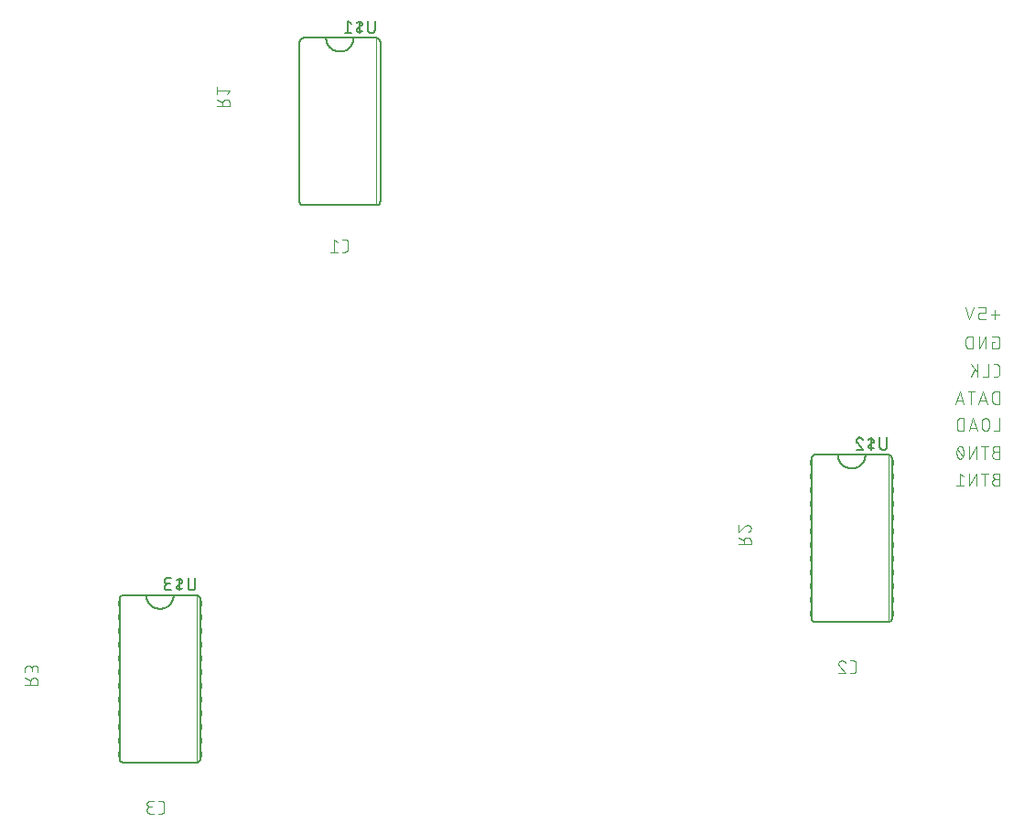
<source format=gbr>
G04 EAGLE Gerber RS-274X export*
G75*
%MOMM*%
%FSLAX34Y34*%
%LPD*%
%INSilkscreen Bottom*%
%IPPOS*%
%AMOC8*
5,1,8,0,0,1.08239X$1,22.5*%
G01*
%ADD10C,0.101600*%
%ADD11C,0.152400*%
%ADD12C,0.050800*%
%ADD13R,0.127000X0.508000*%
%ADD14C,0.127000*%


D10*
X956492Y477052D02*
X948703Y477052D01*
X952597Y480946D02*
X952597Y473157D01*
X943651Y472508D02*
X939756Y472508D01*
X939657Y472510D01*
X939557Y472516D01*
X939458Y472525D01*
X939360Y472538D01*
X939262Y472555D01*
X939164Y472576D01*
X939068Y472601D01*
X938973Y472629D01*
X938879Y472661D01*
X938786Y472696D01*
X938694Y472735D01*
X938604Y472778D01*
X938516Y472823D01*
X938429Y472873D01*
X938345Y472925D01*
X938262Y472981D01*
X938182Y473039D01*
X938104Y473101D01*
X938029Y473166D01*
X937956Y473234D01*
X937886Y473304D01*
X937818Y473377D01*
X937753Y473452D01*
X937691Y473530D01*
X937633Y473610D01*
X937577Y473693D01*
X937525Y473777D01*
X937475Y473864D01*
X937430Y473952D01*
X937387Y474042D01*
X937348Y474134D01*
X937313Y474227D01*
X937281Y474321D01*
X937253Y474416D01*
X937228Y474512D01*
X937207Y474610D01*
X937190Y474708D01*
X937177Y474806D01*
X937168Y474905D01*
X937162Y475005D01*
X937160Y475104D01*
X937160Y476403D01*
X937162Y476502D01*
X937168Y476602D01*
X937177Y476701D01*
X937190Y476799D01*
X937207Y476897D01*
X937228Y476995D01*
X937253Y477091D01*
X937281Y477186D01*
X937313Y477280D01*
X937348Y477373D01*
X937387Y477465D01*
X937430Y477555D01*
X937475Y477643D01*
X937525Y477730D01*
X937577Y477814D01*
X937633Y477897D01*
X937691Y477977D01*
X937753Y478055D01*
X937818Y478130D01*
X937886Y478203D01*
X937956Y478273D01*
X938029Y478341D01*
X938104Y478406D01*
X938182Y478468D01*
X938262Y478526D01*
X938345Y478582D01*
X938429Y478634D01*
X938516Y478684D01*
X938604Y478729D01*
X938694Y478772D01*
X938786Y478811D01*
X938879Y478846D01*
X938973Y478878D01*
X939068Y478906D01*
X939164Y478931D01*
X939262Y478952D01*
X939360Y478969D01*
X939458Y478982D01*
X939557Y478991D01*
X939657Y478997D01*
X939756Y478999D01*
X943651Y478999D01*
X943651Y484192D01*
X937160Y484192D01*
X932870Y484192D02*
X928975Y472508D01*
X925081Y484192D01*
X950001Y451999D02*
X951948Y451999D01*
X950001Y451999D02*
X950001Y445508D01*
X953896Y445508D01*
X953995Y445510D01*
X954095Y445516D01*
X954194Y445525D01*
X954292Y445538D01*
X954390Y445555D01*
X954488Y445576D01*
X954584Y445601D01*
X954679Y445629D01*
X954773Y445661D01*
X954866Y445696D01*
X954958Y445735D01*
X955048Y445778D01*
X955136Y445823D01*
X955223Y445873D01*
X955307Y445925D01*
X955390Y445981D01*
X955470Y446039D01*
X955548Y446101D01*
X955623Y446166D01*
X955696Y446234D01*
X955766Y446304D01*
X955834Y446377D01*
X955899Y446452D01*
X955961Y446530D01*
X956019Y446610D01*
X956075Y446693D01*
X956127Y446777D01*
X956177Y446864D01*
X956222Y446952D01*
X956265Y447042D01*
X956304Y447134D01*
X956339Y447227D01*
X956371Y447321D01*
X956399Y447416D01*
X956424Y447512D01*
X956445Y447610D01*
X956462Y447708D01*
X956475Y447806D01*
X956484Y447905D01*
X956490Y448005D01*
X956492Y448104D01*
X956492Y454596D01*
X956490Y454695D01*
X956484Y454795D01*
X956475Y454894D01*
X956462Y454992D01*
X956445Y455090D01*
X956424Y455188D01*
X956399Y455284D01*
X956371Y455379D01*
X956339Y455473D01*
X956304Y455566D01*
X956265Y455658D01*
X956222Y455748D01*
X956177Y455836D01*
X956127Y455923D01*
X956075Y456007D01*
X956019Y456090D01*
X955961Y456170D01*
X955899Y456248D01*
X955834Y456323D01*
X955766Y456396D01*
X955696Y456466D01*
X955623Y456534D01*
X955548Y456599D01*
X955470Y456661D01*
X955390Y456719D01*
X955307Y456775D01*
X955223Y456827D01*
X955136Y456877D01*
X955048Y456922D01*
X954958Y456965D01*
X954866Y457004D01*
X954773Y457039D01*
X954679Y457071D01*
X954584Y457099D01*
X954488Y457124D01*
X954390Y457145D01*
X954292Y457162D01*
X954194Y457175D01*
X954095Y457184D01*
X953995Y457190D01*
X953896Y457192D01*
X950001Y457192D01*
X944300Y457192D02*
X944300Y445508D01*
X937809Y445508D02*
X944300Y457192D01*
X937809Y457192D02*
X937809Y445508D01*
X932108Y445508D02*
X932108Y457192D01*
X928863Y457192D01*
X928750Y457190D01*
X928637Y457184D01*
X928524Y457174D01*
X928411Y457160D01*
X928299Y457143D01*
X928188Y457121D01*
X928078Y457096D01*
X927968Y457066D01*
X927860Y457033D01*
X927753Y456996D01*
X927647Y456956D01*
X927543Y456911D01*
X927440Y456863D01*
X927339Y456812D01*
X927240Y456757D01*
X927143Y456699D01*
X927048Y456637D01*
X926955Y456572D01*
X926865Y456504D01*
X926777Y456433D01*
X926691Y456358D01*
X926608Y456281D01*
X926528Y456201D01*
X926451Y456118D01*
X926376Y456032D01*
X926305Y455944D01*
X926237Y455854D01*
X926172Y455761D01*
X926110Y455666D01*
X926052Y455569D01*
X925997Y455470D01*
X925946Y455369D01*
X925898Y455266D01*
X925853Y455162D01*
X925813Y455056D01*
X925776Y454949D01*
X925743Y454841D01*
X925713Y454731D01*
X925688Y454621D01*
X925666Y454510D01*
X925649Y454398D01*
X925635Y454285D01*
X925625Y454172D01*
X925619Y454059D01*
X925617Y453946D01*
X925617Y448754D01*
X925619Y448641D01*
X925625Y448528D01*
X925635Y448415D01*
X925649Y448302D01*
X925666Y448190D01*
X925688Y448079D01*
X925713Y447969D01*
X925743Y447859D01*
X925776Y447751D01*
X925813Y447644D01*
X925853Y447538D01*
X925898Y447434D01*
X925946Y447331D01*
X925997Y447230D01*
X926052Y447131D01*
X926110Y447034D01*
X926172Y446939D01*
X926237Y446846D01*
X926305Y446756D01*
X926376Y446668D01*
X926451Y446582D01*
X926528Y446499D01*
X926608Y446419D01*
X926691Y446342D01*
X926777Y446267D01*
X926865Y446196D01*
X926955Y446128D01*
X927048Y446063D01*
X927143Y446001D01*
X927240Y445943D01*
X927339Y445888D01*
X927440Y445837D01*
X927543Y445789D01*
X927647Y445744D01*
X927753Y445704D01*
X927860Y445667D01*
X927968Y445634D01*
X928078Y445604D01*
X928188Y445579D01*
X928299Y445557D01*
X928411Y445540D01*
X928524Y445526D01*
X928637Y445516D01*
X928750Y445510D01*
X928863Y445508D01*
X932108Y445508D01*
X951299Y419508D02*
X953896Y419508D01*
X953995Y419510D01*
X954095Y419516D01*
X954194Y419525D01*
X954292Y419538D01*
X954390Y419555D01*
X954488Y419576D01*
X954584Y419601D01*
X954679Y419629D01*
X954773Y419661D01*
X954866Y419696D01*
X954958Y419735D01*
X955048Y419778D01*
X955136Y419823D01*
X955223Y419873D01*
X955307Y419925D01*
X955390Y419981D01*
X955470Y420039D01*
X955548Y420101D01*
X955623Y420166D01*
X955696Y420234D01*
X955766Y420304D01*
X955834Y420377D01*
X955899Y420452D01*
X955961Y420530D01*
X956019Y420610D01*
X956075Y420693D01*
X956127Y420777D01*
X956177Y420864D01*
X956222Y420952D01*
X956265Y421042D01*
X956304Y421134D01*
X956339Y421227D01*
X956371Y421321D01*
X956399Y421416D01*
X956424Y421512D01*
X956445Y421610D01*
X956462Y421708D01*
X956475Y421806D01*
X956484Y421905D01*
X956490Y422005D01*
X956492Y422104D01*
X956492Y428596D01*
X956490Y428695D01*
X956484Y428795D01*
X956475Y428894D01*
X956462Y428992D01*
X956445Y429090D01*
X956424Y429188D01*
X956399Y429284D01*
X956371Y429379D01*
X956339Y429473D01*
X956304Y429566D01*
X956265Y429658D01*
X956222Y429748D01*
X956177Y429836D01*
X956127Y429923D01*
X956075Y430007D01*
X956019Y430090D01*
X955961Y430170D01*
X955899Y430248D01*
X955834Y430323D01*
X955766Y430396D01*
X955696Y430466D01*
X955623Y430534D01*
X955548Y430599D01*
X955470Y430661D01*
X955390Y430719D01*
X955307Y430775D01*
X955223Y430827D01*
X955136Y430877D01*
X955048Y430922D01*
X954958Y430965D01*
X954866Y431004D01*
X954773Y431039D01*
X954679Y431071D01*
X954584Y431099D01*
X954488Y431124D01*
X954390Y431145D01*
X954292Y431162D01*
X954194Y431175D01*
X954095Y431184D01*
X953995Y431190D01*
X953896Y431192D01*
X951299Y431192D01*
X946530Y431192D02*
X946530Y419508D01*
X941337Y419508D01*
X936477Y419508D02*
X936477Y431192D01*
X929986Y431192D02*
X936477Y424052D01*
X933881Y426648D02*
X929986Y419508D01*
X956492Y406192D02*
X956492Y394508D01*
X956492Y406192D02*
X953246Y406192D01*
X953133Y406190D01*
X953020Y406184D01*
X952907Y406174D01*
X952794Y406160D01*
X952682Y406143D01*
X952571Y406121D01*
X952461Y406096D01*
X952351Y406066D01*
X952243Y406033D01*
X952136Y405996D01*
X952030Y405956D01*
X951926Y405911D01*
X951823Y405863D01*
X951722Y405812D01*
X951623Y405757D01*
X951526Y405699D01*
X951431Y405637D01*
X951338Y405572D01*
X951248Y405504D01*
X951160Y405433D01*
X951074Y405358D01*
X950991Y405281D01*
X950911Y405201D01*
X950834Y405118D01*
X950759Y405032D01*
X950688Y404944D01*
X950620Y404854D01*
X950555Y404761D01*
X950493Y404666D01*
X950435Y404569D01*
X950380Y404470D01*
X950329Y404369D01*
X950281Y404266D01*
X950236Y404162D01*
X950196Y404056D01*
X950159Y403949D01*
X950126Y403841D01*
X950096Y403731D01*
X950071Y403621D01*
X950049Y403510D01*
X950032Y403398D01*
X950018Y403285D01*
X950008Y403172D01*
X950002Y403059D01*
X950000Y402946D01*
X950001Y402946D02*
X950001Y397754D01*
X950000Y397754D02*
X950002Y397641D01*
X950008Y397528D01*
X950018Y397415D01*
X950032Y397302D01*
X950049Y397190D01*
X950071Y397079D01*
X950096Y396969D01*
X950126Y396859D01*
X950159Y396751D01*
X950196Y396644D01*
X950236Y396538D01*
X950281Y396434D01*
X950329Y396331D01*
X950380Y396230D01*
X950435Y396131D01*
X950493Y396034D01*
X950555Y395939D01*
X950620Y395846D01*
X950688Y395756D01*
X950759Y395668D01*
X950834Y395582D01*
X950911Y395499D01*
X950991Y395419D01*
X951074Y395342D01*
X951160Y395267D01*
X951248Y395196D01*
X951338Y395128D01*
X951431Y395063D01*
X951526Y395001D01*
X951623Y394943D01*
X951722Y394888D01*
X951823Y394837D01*
X951926Y394789D01*
X952030Y394744D01*
X952136Y394704D01*
X952243Y394667D01*
X952351Y394634D01*
X952461Y394604D01*
X952571Y394579D01*
X952682Y394557D01*
X952794Y394540D01*
X952907Y394526D01*
X953020Y394516D01*
X953133Y394510D01*
X953246Y394508D01*
X956492Y394508D01*
X945330Y394508D02*
X941435Y406192D01*
X937541Y394508D01*
X938514Y397429D02*
X944356Y397429D01*
X930768Y394508D02*
X930768Y406192D01*
X934013Y406192D02*
X927522Y406192D01*
X920100Y406192D02*
X923994Y394508D01*
X916205Y394508D02*
X920100Y406192D01*
X917179Y397429D02*
X923021Y397429D01*
X956492Y381192D02*
X956492Y369508D01*
X951299Y369508D01*
X946990Y372754D02*
X946990Y377946D01*
X946988Y378059D01*
X946982Y378172D01*
X946972Y378285D01*
X946958Y378398D01*
X946941Y378510D01*
X946919Y378621D01*
X946894Y378731D01*
X946864Y378841D01*
X946831Y378949D01*
X946794Y379056D01*
X946754Y379162D01*
X946709Y379266D01*
X946661Y379369D01*
X946610Y379470D01*
X946555Y379569D01*
X946497Y379666D01*
X946435Y379761D01*
X946370Y379854D01*
X946302Y379944D01*
X946231Y380032D01*
X946156Y380118D01*
X946079Y380201D01*
X945999Y380281D01*
X945916Y380358D01*
X945830Y380433D01*
X945742Y380504D01*
X945652Y380572D01*
X945559Y380637D01*
X945464Y380699D01*
X945367Y380757D01*
X945268Y380812D01*
X945167Y380863D01*
X945064Y380911D01*
X944960Y380956D01*
X944854Y380996D01*
X944747Y381033D01*
X944639Y381066D01*
X944529Y381096D01*
X944419Y381121D01*
X944308Y381143D01*
X944196Y381160D01*
X944083Y381174D01*
X943970Y381184D01*
X943857Y381190D01*
X943744Y381192D01*
X943631Y381190D01*
X943518Y381184D01*
X943405Y381174D01*
X943292Y381160D01*
X943180Y381143D01*
X943069Y381121D01*
X942959Y381096D01*
X942849Y381066D01*
X942741Y381033D01*
X942634Y380996D01*
X942528Y380956D01*
X942424Y380911D01*
X942321Y380863D01*
X942220Y380812D01*
X942121Y380757D01*
X942024Y380699D01*
X941929Y380637D01*
X941836Y380572D01*
X941746Y380504D01*
X941658Y380433D01*
X941572Y380358D01*
X941489Y380281D01*
X941409Y380201D01*
X941332Y380118D01*
X941257Y380032D01*
X941186Y379944D01*
X941118Y379854D01*
X941053Y379761D01*
X940991Y379666D01*
X940933Y379569D01*
X940878Y379470D01*
X940827Y379369D01*
X940779Y379266D01*
X940734Y379162D01*
X940694Y379056D01*
X940657Y378949D01*
X940624Y378841D01*
X940594Y378731D01*
X940569Y378621D01*
X940547Y378510D01*
X940530Y378398D01*
X940516Y378285D01*
X940506Y378172D01*
X940500Y378059D01*
X940498Y377946D01*
X940499Y377946D02*
X940499Y372754D01*
X940498Y372754D02*
X940500Y372641D01*
X940506Y372528D01*
X940516Y372415D01*
X940530Y372302D01*
X940547Y372190D01*
X940569Y372079D01*
X940594Y371969D01*
X940624Y371859D01*
X940657Y371751D01*
X940694Y371644D01*
X940734Y371538D01*
X940779Y371434D01*
X940827Y371331D01*
X940878Y371230D01*
X940933Y371131D01*
X940991Y371034D01*
X941053Y370939D01*
X941118Y370846D01*
X941186Y370756D01*
X941257Y370668D01*
X941332Y370582D01*
X941409Y370499D01*
X941489Y370419D01*
X941572Y370342D01*
X941658Y370267D01*
X941746Y370196D01*
X941836Y370128D01*
X941929Y370063D01*
X942024Y370001D01*
X942121Y369943D01*
X942220Y369888D01*
X942321Y369837D01*
X942424Y369789D01*
X942528Y369744D01*
X942634Y369704D01*
X942741Y369667D01*
X942849Y369634D01*
X942959Y369604D01*
X943069Y369579D01*
X943180Y369557D01*
X943292Y369540D01*
X943405Y369526D01*
X943518Y369516D01*
X943631Y369510D01*
X943744Y369508D01*
X943857Y369510D01*
X943970Y369516D01*
X944083Y369526D01*
X944196Y369540D01*
X944308Y369557D01*
X944419Y369579D01*
X944529Y369604D01*
X944639Y369634D01*
X944747Y369667D01*
X944854Y369704D01*
X944960Y369744D01*
X945064Y369789D01*
X945167Y369837D01*
X945268Y369888D01*
X945367Y369943D01*
X945464Y370001D01*
X945559Y370063D01*
X945652Y370128D01*
X945742Y370196D01*
X945830Y370267D01*
X945916Y370342D01*
X945999Y370419D01*
X946079Y370499D01*
X946156Y370582D01*
X946231Y370668D01*
X946302Y370756D01*
X946370Y370846D01*
X946435Y370939D01*
X946497Y371034D01*
X946555Y371131D01*
X946610Y371230D01*
X946661Y371331D01*
X946709Y371434D01*
X946754Y371538D01*
X946794Y371644D01*
X946831Y371751D01*
X946864Y371859D01*
X946894Y371969D01*
X946919Y372079D01*
X946941Y372190D01*
X946958Y372302D01*
X946972Y372415D01*
X946982Y372528D01*
X946988Y372641D01*
X946990Y372754D01*
X936209Y369508D02*
X932314Y381192D01*
X928419Y369508D01*
X929393Y372429D02*
X935235Y372429D01*
X923749Y369508D02*
X923749Y381192D01*
X920503Y381192D01*
X920390Y381190D01*
X920277Y381184D01*
X920164Y381174D01*
X920051Y381160D01*
X919939Y381143D01*
X919828Y381121D01*
X919718Y381096D01*
X919608Y381066D01*
X919500Y381033D01*
X919393Y380996D01*
X919287Y380956D01*
X919183Y380911D01*
X919080Y380863D01*
X918979Y380812D01*
X918880Y380757D01*
X918783Y380699D01*
X918688Y380637D01*
X918595Y380572D01*
X918505Y380504D01*
X918417Y380433D01*
X918331Y380358D01*
X918248Y380281D01*
X918168Y380201D01*
X918091Y380118D01*
X918016Y380032D01*
X917945Y379944D01*
X917877Y379854D01*
X917812Y379761D01*
X917750Y379666D01*
X917692Y379569D01*
X917637Y379470D01*
X917586Y379369D01*
X917538Y379266D01*
X917493Y379162D01*
X917453Y379056D01*
X917416Y378949D01*
X917383Y378841D01*
X917353Y378731D01*
X917328Y378621D01*
X917306Y378510D01*
X917289Y378398D01*
X917275Y378285D01*
X917265Y378172D01*
X917259Y378059D01*
X917257Y377946D01*
X917258Y377946D02*
X917258Y372754D01*
X917257Y372754D02*
X917259Y372641D01*
X917265Y372528D01*
X917275Y372415D01*
X917289Y372302D01*
X917306Y372190D01*
X917328Y372079D01*
X917353Y371969D01*
X917383Y371859D01*
X917416Y371751D01*
X917453Y371644D01*
X917493Y371538D01*
X917538Y371434D01*
X917586Y371331D01*
X917637Y371230D01*
X917692Y371131D01*
X917750Y371034D01*
X917812Y370939D01*
X917877Y370846D01*
X917945Y370756D01*
X918016Y370668D01*
X918091Y370582D01*
X918168Y370499D01*
X918248Y370419D01*
X918331Y370342D01*
X918417Y370267D01*
X918505Y370196D01*
X918595Y370128D01*
X918688Y370063D01*
X918783Y370001D01*
X918880Y369943D01*
X918979Y369888D01*
X919080Y369837D01*
X919183Y369789D01*
X919287Y369744D01*
X919393Y369704D01*
X919500Y369667D01*
X919608Y369634D01*
X919718Y369604D01*
X919828Y369579D01*
X919939Y369557D01*
X920051Y369540D01*
X920164Y369526D01*
X920277Y369516D01*
X920390Y369510D01*
X920503Y369508D01*
X923749Y369508D01*
X953246Y349999D02*
X956492Y349999D01*
X953246Y350000D02*
X953133Y349998D01*
X953020Y349992D01*
X952907Y349982D01*
X952794Y349968D01*
X952682Y349951D01*
X952571Y349929D01*
X952461Y349904D01*
X952351Y349874D01*
X952243Y349841D01*
X952136Y349804D01*
X952030Y349764D01*
X951926Y349719D01*
X951823Y349671D01*
X951722Y349620D01*
X951623Y349565D01*
X951526Y349507D01*
X951431Y349445D01*
X951338Y349380D01*
X951248Y349312D01*
X951160Y349241D01*
X951074Y349166D01*
X950991Y349089D01*
X950911Y349009D01*
X950834Y348926D01*
X950759Y348840D01*
X950688Y348752D01*
X950620Y348662D01*
X950555Y348569D01*
X950493Y348474D01*
X950435Y348377D01*
X950380Y348278D01*
X950329Y348177D01*
X950281Y348074D01*
X950236Y347970D01*
X950196Y347864D01*
X950159Y347757D01*
X950126Y347649D01*
X950096Y347539D01*
X950071Y347429D01*
X950049Y347318D01*
X950032Y347206D01*
X950018Y347093D01*
X950008Y346980D01*
X950002Y346867D01*
X950000Y346754D01*
X950002Y346641D01*
X950008Y346528D01*
X950018Y346415D01*
X950032Y346302D01*
X950049Y346190D01*
X950071Y346079D01*
X950096Y345969D01*
X950126Y345859D01*
X950159Y345751D01*
X950196Y345644D01*
X950236Y345538D01*
X950281Y345434D01*
X950329Y345331D01*
X950380Y345230D01*
X950435Y345131D01*
X950493Y345034D01*
X950555Y344939D01*
X950620Y344846D01*
X950688Y344756D01*
X950759Y344668D01*
X950834Y344582D01*
X950911Y344499D01*
X950991Y344419D01*
X951074Y344342D01*
X951160Y344267D01*
X951248Y344196D01*
X951338Y344128D01*
X951431Y344063D01*
X951526Y344001D01*
X951623Y343943D01*
X951722Y343888D01*
X951823Y343837D01*
X951926Y343789D01*
X952030Y343744D01*
X952136Y343704D01*
X952243Y343667D01*
X952351Y343634D01*
X952461Y343604D01*
X952571Y343579D01*
X952682Y343557D01*
X952794Y343540D01*
X952907Y343526D01*
X953020Y343516D01*
X953133Y343510D01*
X953246Y343508D01*
X956492Y343508D01*
X956492Y355192D01*
X953246Y355192D01*
X953145Y355190D01*
X953045Y355184D01*
X952945Y355174D01*
X952845Y355161D01*
X952746Y355143D01*
X952647Y355122D01*
X952550Y355097D01*
X952453Y355068D01*
X952358Y355035D01*
X952264Y354999D01*
X952172Y354959D01*
X952081Y354916D01*
X951992Y354869D01*
X951905Y354819D01*
X951819Y354765D01*
X951736Y354708D01*
X951656Y354648D01*
X951577Y354585D01*
X951501Y354518D01*
X951428Y354449D01*
X951358Y354377D01*
X951290Y354303D01*
X951225Y354226D01*
X951164Y354146D01*
X951105Y354064D01*
X951050Y353980D01*
X950998Y353894D01*
X950949Y353806D01*
X950904Y353716D01*
X950862Y353624D01*
X950824Y353531D01*
X950790Y353436D01*
X950759Y353341D01*
X950732Y353244D01*
X950709Y353146D01*
X950689Y353047D01*
X950674Y352947D01*
X950662Y352847D01*
X950654Y352747D01*
X950650Y352646D01*
X950650Y352546D01*
X950654Y352445D01*
X950662Y352345D01*
X950674Y352245D01*
X950689Y352145D01*
X950709Y352046D01*
X950732Y351948D01*
X950759Y351851D01*
X950790Y351756D01*
X950824Y351661D01*
X950862Y351568D01*
X950904Y351476D01*
X950949Y351386D01*
X950998Y351298D01*
X951050Y351212D01*
X951105Y351128D01*
X951164Y351046D01*
X951225Y350966D01*
X951290Y350889D01*
X951358Y350815D01*
X951428Y350743D01*
X951501Y350674D01*
X951577Y350607D01*
X951656Y350544D01*
X951736Y350484D01*
X951819Y350427D01*
X951905Y350373D01*
X951992Y350323D01*
X952081Y350276D01*
X952172Y350233D01*
X952264Y350193D01*
X952358Y350157D01*
X952453Y350124D01*
X952550Y350095D01*
X952647Y350070D01*
X952746Y350049D01*
X952845Y350031D01*
X952945Y350018D01*
X953045Y350008D01*
X953145Y350002D01*
X953246Y350000D01*
X943129Y355192D02*
X943129Y343508D01*
X946374Y355192D02*
X939883Y355192D01*
X935325Y355192D02*
X935325Y343508D01*
X928834Y343508D02*
X935325Y355192D01*
X928834Y355192D02*
X928834Y343508D01*
X923515Y349350D02*
X923512Y349580D01*
X923504Y349810D01*
X923490Y350039D01*
X923471Y350268D01*
X923446Y350497D01*
X923416Y350725D01*
X923381Y350952D01*
X923340Y351178D01*
X923294Y351403D01*
X923242Y351627D01*
X923185Y351850D01*
X923123Y352071D01*
X923055Y352291D01*
X922982Y352509D01*
X922904Y352725D01*
X922821Y352939D01*
X922733Y353152D01*
X922640Y353362D01*
X922541Y353569D01*
X922508Y353659D01*
X922472Y353748D01*
X922432Y353836D01*
X922388Y353921D01*
X922341Y354005D01*
X922291Y354087D01*
X922237Y354167D01*
X922181Y354244D01*
X922121Y354320D01*
X922058Y354393D01*
X921993Y354463D01*
X921924Y354531D01*
X921853Y354595D01*
X921780Y354657D01*
X921704Y354716D01*
X921626Y354772D01*
X921545Y354825D01*
X921463Y354874D01*
X921379Y354920D01*
X921292Y354963D01*
X921205Y355002D01*
X921115Y355038D01*
X921025Y355070D01*
X920933Y355098D01*
X920840Y355123D01*
X920746Y355144D01*
X920652Y355161D01*
X920557Y355175D01*
X920461Y355184D01*
X920365Y355190D01*
X920269Y355192D01*
X920173Y355190D01*
X920077Y355184D01*
X919981Y355175D01*
X919886Y355161D01*
X919792Y355144D01*
X919698Y355123D01*
X919605Y355098D01*
X919513Y355070D01*
X919423Y355038D01*
X919333Y355002D01*
X919246Y354963D01*
X919159Y354920D01*
X919075Y354874D01*
X918993Y354825D01*
X918912Y354772D01*
X918834Y354716D01*
X918758Y354657D01*
X918685Y354595D01*
X918614Y354531D01*
X918545Y354463D01*
X918480Y354393D01*
X918417Y354320D01*
X918357Y354245D01*
X918301Y354167D01*
X918247Y354087D01*
X918197Y354005D01*
X918150Y353921D01*
X918107Y353836D01*
X918066Y353748D01*
X918030Y353659D01*
X917997Y353569D01*
X917998Y353569D02*
X917899Y353361D01*
X917806Y353151D01*
X917718Y352939D01*
X917635Y352725D01*
X917557Y352508D01*
X917484Y352290D01*
X917416Y352071D01*
X917354Y351849D01*
X917297Y351627D01*
X917245Y351403D01*
X917199Y351178D01*
X917158Y350952D01*
X917123Y350724D01*
X917093Y350497D01*
X917068Y350268D01*
X917049Y350039D01*
X917035Y349810D01*
X917027Y349580D01*
X917024Y349350D01*
X923515Y349350D02*
X923512Y349120D01*
X923504Y348890D01*
X923490Y348661D01*
X923471Y348432D01*
X923446Y348203D01*
X923416Y347975D01*
X923381Y347748D01*
X923340Y347522D01*
X923294Y347297D01*
X923242Y347073D01*
X923185Y346850D01*
X923123Y346629D01*
X923055Y346409D01*
X922982Y346191D01*
X922904Y345975D01*
X922821Y345761D01*
X922733Y345549D01*
X922640Y345338D01*
X922541Y345131D01*
X922508Y345041D01*
X922472Y344952D01*
X922431Y344864D01*
X922388Y344779D01*
X922341Y344695D01*
X922291Y344613D01*
X922237Y344533D01*
X922181Y344456D01*
X922121Y344380D01*
X922058Y344307D01*
X921993Y344237D01*
X921924Y344169D01*
X921853Y344105D01*
X921780Y344043D01*
X921704Y343984D01*
X921626Y343928D01*
X921545Y343875D01*
X921463Y343826D01*
X921379Y343780D01*
X921292Y343737D01*
X921205Y343698D01*
X921115Y343662D01*
X921025Y343630D01*
X920933Y343602D01*
X920840Y343577D01*
X920746Y343556D01*
X920652Y343539D01*
X920557Y343525D01*
X920461Y343516D01*
X920365Y343510D01*
X920269Y343508D01*
X917997Y345131D02*
X917898Y345338D01*
X917805Y345549D01*
X917717Y345761D01*
X917634Y345975D01*
X917556Y346191D01*
X917483Y346409D01*
X917415Y346629D01*
X917353Y346850D01*
X917296Y347073D01*
X917244Y347297D01*
X917198Y347522D01*
X917157Y347748D01*
X917122Y347975D01*
X917092Y348203D01*
X917067Y348432D01*
X917048Y348661D01*
X917034Y348890D01*
X917026Y349120D01*
X917023Y349350D01*
X917997Y345131D02*
X918030Y345041D01*
X918066Y344952D01*
X918107Y344864D01*
X918150Y344779D01*
X918197Y344695D01*
X918247Y344613D01*
X918301Y344533D01*
X918357Y344455D01*
X918417Y344380D01*
X918480Y344307D01*
X918545Y344237D01*
X918614Y344169D01*
X918685Y344105D01*
X918758Y344043D01*
X918834Y343984D01*
X918912Y343928D01*
X918993Y343875D01*
X919075Y343826D01*
X919159Y343780D01*
X919246Y343737D01*
X919333Y343698D01*
X919423Y343662D01*
X919513Y343630D01*
X919605Y343602D01*
X919698Y343577D01*
X919792Y343556D01*
X919886Y343539D01*
X919981Y343525D01*
X920077Y343516D01*
X920173Y343510D01*
X920269Y343508D01*
X922865Y346104D02*
X917672Y352596D01*
X953246Y324999D02*
X956492Y324999D01*
X953246Y325000D02*
X953133Y324998D01*
X953020Y324992D01*
X952907Y324982D01*
X952794Y324968D01*
X952682Y324951D01*
X952571Y324929D01*
X952461Y324904D01*
X952351Y324874D01*
X952243Y324841D01*
X952136Y324804D01*
X952030Y324764D01*
X951926Y324719D01*
X951823Y324671D01*
X951722Y324620D01*
X951623Y324565D01*
X951526Y324507D01*
X951431Y324445D01*
X951338Y324380D01*
X951248Y324312D01*
X951160Y324241D01*
X951074Y324166D01*
X950991Y324089D01*
X950911Y324009D01*
X950834Y323926D01*
X950759Y323840D01*
X950688Y323752D01*
X950620Y323662D01*
X950555Y323569D01*
X950493Y323474D01*
X950435Y323377D01*
X950380Y323278D01*
X950329Y323177D01*
X950281Y323074D01*
X950236Y322970D01*
X950196Y322864D01*
X950159Y322757D01*
X950126Y322649D01*
X950096Y322539D01*
X950071Y322429D01*
X950049Y322318D01*
X950032Y322206D01*
X950018Y322093D01*
X950008Y321980D01*
X950002Y321867D01*
X950000Y321754D01*
X950002Y321641D01*
X950008Y321528D01*
X950018Y321415D01*
X950032Y321302D01*
X950049Y321190D01*
X950071Y321079D01*
X950096Y320969D01*
X950126Y320859D01*
X950159Y320751D01*
X950196Y320644D01*
X950236Y320538D01*
X950281Y320434D01*
X950329Y320331D01*
X950380Y320230D01*
X950435Y320131D01*
X950493Y320034D01*
X950555Y319939D01*
X950620Y319846D01*
X950688Y319756D01*
X950759Y319668D01*
X950834Y319582D01*
X950911Y319499D01*
X950991Y319419D01*
X951074Y319342D01*
X951160Y319267D01*
X951248Y319196D01*
X951338Y319128D01*
X951431Y319063D01*
X951526Y319001D01*
X951623Y318943D01*
X951722Y318888D01*
X951823Y318837D01*
X951926Y318789D01*
X952030Y318744D01*
X952136Y318704D01*
X952243Y318667D01*
X952351Y318634D01*
X952461Y318604D01*
X952571Y318579D01*
X952682Y318557D01*
X952794Y318540D01*
X952907Y318526D01*
X953020Y318516D01*
X953133Y318510D01*
X953246Y318508D01*
X956492Y318508D01*
X956492Y330192D01*
X953246Y330192D01*
X953145Y330190D01*
X953045Y330184D01*
X952945Y330174D01*
X952845Y330161D01*
X952746Y330143D01*
X952647Y330122D01*
X952550Y330097D01*
X952453Y330068D01*
X952358Y330035D01*
X952264Y329999D01*
X952172Y329959D01*
X952081Y329916D01*
X951992Y329869D01*
X951905Y329819D01*
X951819Y329765D01*
X951736Y329708D01*
X951656Y329648D01*
X951577Y329585D01*
X951501Y329518D01*
X951428Y329449D01*
X951358Y329377D01*
X951290Y329303D01*
X951225Y329226D01*
X951164Y329146D01*
X951105Y329064D01*
X951050Y328980D01*
X950998Y328894D01*
X950949Y328806D01*
X950904Y328716D01*
X950862Y328624D01*
X950824Y328531D01*
X950790Y328436D01*
X950759Y328341D01*
X950732Y328244D01*
X950709Y328146D01*
X950689Y328047D01*
X950674Y327947D01*
X950662Y327847D01*
X950654Y327747D01*
X950650Y327646D01*
X950650Y327546D01*
X950654Y327445D01*
X950662Y327345D01*
X950674Y327245D01*
X950689Y327145D01*
X950709Y327046D01*
X950732Y326948D01*
X950759Y326851D01*
X950790Y326756D01*
X950824Y326661D01*
X950862Y326568D01*
X950904Y326476D01*
X950949Y326386D01*
X950998Y326298D01*
X951050Y326212D01*
X951105Y326128D01*
X951164Y326046D01*
X951225Y325966D01*
X951290Y325889D01*
X951358Y325815D01*
X951428Y325743D01*
X951501Y325674D01*
X951577Y325607D01*
X951656Y325544D01*
X951736Y325484D01*
X951819Y325427D01*
X951905Y325373D01*
X951992Y325323D01*
X952081Y325276D01*
X952172Y325233D01*
X952264Y325193D01*
X952358Y325157D01*
X952453Y325124D01*
X952550Y325095D01*
X952647Y325070D01*
X952746Y325049D01*
X952845Y325031D01*
X952945Y325018D01*
X953045Y325008D01*
X953145Y325002D01*
X953246Y325000D01*
X943129Y330192D02*
X943129Y318508D01*
X946374Y330192D02*
X939883Y330192D01*
X935325Y330192D02*
X935325Y318508D01*
X928834Y318508D02*
X935325Y330192D01*
X928834Y330192D02*
X928834Y318508D01*
X923514Y327596D02*
X920269Y330192D01*
X920269Y318508D01*
X923514Y318508D02*
X917023Y318508D01*
X244492Y669945D02*
X232808Y669945D01*
X244492Y669945D02*
X244492Y673190D01*
X244490Y673303D01*
X244484Y673416D01*
X244474Y673529D01*
X244460Y673642D01*
X244443Y673754D01*
X244421Y673865D01*
X244396Y673975D01*
X244366Y674085D01*
X244333Y674193D01*
X244296Y674300D01*
X244256Y674406D01*
X244211Y674510D01*
X244163Y674613D01*
X244112Y674714D01*
X244057Y674813D01*
X243999Y674910D01*
X243937Y675005D01*
X243872Y675098D01*
X243804Y675188D01*
X243733Y675276D01*
X243658Y675362D01*
X243581Y675445D01*
X243501Y675525D01*
X243418Y675602D01*
X243332Y675677D01*
X243244Y675748D01*
X243154Y675816D01*
X243061Y675881D01*
X242966Y675943D01*
X242869Y676001D01*
X242770Y676056D01*
X242669Y676107D01*
X242566Y676155D01*
X242462Y676200D01*
X242356Y676240D01*
X242249Y676277D01*
X242141Y676310D01*
X242031Y676340D01*
X241921Y676365D01*
X241810Y676387D01*
X241698Y676404D01*
X241585Y676418D01*
X241472Y676428D01*
X241359Y676434D01*
X241246Y676436D01*
X241133Y676434D01*
X241020Y676428D01*
X240907Y676418D01*
X240794Y676404D01*
X240682Y676387D01*
X240571Y676365D01*
X240461Y676340D01*
X240351Y676310D01*
X240243Y676277D01*
X240136Y676240D01*
X240030Y676200D01*
X239926Y676155D01*
X239823Y676107D01*
X239722Y676056D01*
X239623Y676001D01*
X239526Y675943D01*
X239431Y675881D01*
X239338Y675816D01*
X239248Y675748D01*
X239160Y675677D01*
X239074Y675602D01*
X238991Y675525D01*
X238911Y675445D01*
X238834Y675362D01*
X238759Y675276D01*
X238688Y675188D01*
X238620Y675098D01*
X238555Y675005D01*
X238493Y674910D01*
X238435Y674813D01*
X238380Y674714D01*
X238329Y674613D01*
X238281Y674510D01*
X238236Y674406D01*
X238196Y674300D01*
X238159Y674193D01*
X238126Y674085D01*
X238096Y673975D01*
X238071Y673865D01*
X238049Y673754D01*
X238032Y673642D01*
X238018Y673529D01*
X238008Y673416D01*
X238002Y673303D01*
X238000Y673190D01*
X238001Y673190D02*
X238001Y669945D01*
X238001Y673839D02*
X232808Y676436D01*
X241896Y681301D02*
X244492Y684546D01*
X232808Y684546D01*
X232808Y681301D02*
X232808Y687792D01*
D11*
X309162Y729560D02*
X309162Y582240D01*
X380028Y578430D02*
X380150Y578432D01*
X380272Y578438D01*
X380394Y578448D01*
X380515Y578461D01*
X380636Y578479D01*
X380756Y578500D01*
X380876Y578526D01*
X380994Y578555D01*
X381112Y578587D01*
X381229Y578624D01*
X381344Y578664D01*
X381458Y578708D01*
X381570Y578756D01*
X381681Y578807D01*
X381790Y578862D01*
X381898Y578920D01*
X382003Y578982D01*
X382106Y579047D01*
X382208Y579115D01*
X382307Y579187D01*
X382403Y579261D01*
X382498Y579339D01*
X382589Y579420D01*
X382679Y579503D01*
X382765Y579589D01*
X382848Y579679D01*
X382929Y579770D01*
X383007Y579865D01*
X383081Y579961D01*
X383153Y580060D01*
X383221Y580162D01*
X383286Y580265D01*
X383348Y580370D01*
X383406Y580478D01*
X383461Y580587D01*
X383512Y580698D01*
X383560Y580810D01*
X383604Y580924D01*
X383644Y581039D01*
X383681Y581156D01*
X383713Y581274D01*
X383742Y581392D01*
X383768Y581512D01*
X383789Y581632D01*
X383807Y581753D01*
X383820Y581874D01*
X383830Y581996D01*
X383836Y582118D01*
X383838Y582240D01*
X309162Y729560D02*
X309164Y729682D01*
X309170Y729804D01*
X309180Y729926D01*
X309193Y730047D01*
X309211Y730168D01*
X309232Y730288D01*
X309258Y730408D01*
X309287Y730526D01*
X309319Y730644D01*
X309356Y730761D01*
X309396Y730876D01*
X309440Y730990D01*
X309488Y731102D01*
X309539Y731213D01*
X309594Y731322D01*
X309652Y731430D01*
X309714Y731535D01*
X309779Y731638D01*
X309847Y731740D01*
X309919Y731839D01*
X309993Y731935D01*
X310071Y732030D01*
X310152Y732121D01*
X310235Y732211D01*
X310321Y732297D01*
X310411Y732380D01*
X310502Y732461D01*
X310597Y732539D01*
X310693Y732613D01*
X310792Y732685D01*
X310894Y732753D01*
X310997Y732818D01*
X311102Y732880D01*
X311210Y732938D01*
X311319Y732993D01*
X311430Y733044D01*
X311542Y733092D01*
X311656Y733136D01*
X311771Y733176D01*
X311888Y733213D01*
X312006Y733245D01*
X312124Y733274D01*
X312244Y733300D01*
X312364Y733321D01*
X312485Y733339D01*
X312606Y733352D01*
X312728Y733362D01*
X312850Y733368D01*
X312972Y733370D01*
X309162Y582240D02*
X309164Y582118D01*
X309170Y581996D01*
X309180Y581874D01*
X309193Y581753D01*
X309211Y581632D01*
X309232Y581512D01*
X309258Y581392D01*
X309287Y581274D01*
X309319Y581156D01*
X309356Y581039D01*
X309396Y580924D01*
X309440Y580810D01*
X309488Y580698D01*
X309539Y580587D01*
X309594Y580478D01*
X309652Y580370D01*
X309714Y580265D01*
X309779Y580162D01*
X309847Y580060D01*
X309919Y579961D01*
X309993Y579865D01*
X310071Y579770D01*
X310152Y579679D01*
X310235Y579589D01*
X310321Y579503D01*
X310411Y579420D01*
X310502Y579339D01*
X310597Y579261D01*
X310693Y579187D01*
X310792Y579115D01*
X310894Y579047D01*
X310997Y578982D01*
X311102Y578920D01*
X311210Y578862D01*
X311319Y578807D01*
X311430Y578756D01*
X311542Y578708D01*
X311656Y578664D01*
X311771Y578624D01*
X311888Y578587D01*
X312006Y578555D01*
X312124Y578526D01*
X312244Y578500D01*
X312364Y578479D01*
X312485Y578461D01*
X312606Y578448D01*
X312728Y578438D01*
X312850Y578432D01*
X312972Y578430D01*
X383838Y729560D02*
X383836Y729682D01*
X383830Y729804D01*
X383820Y729926D01*
X383807Y730047D01*
X383789Y730168D01*
X383768Y730288D01*
X383742Y730408D01*
X383713Y730526D01*
X383681Y730644D01*
X383644Y730761D01*
X383604Y730876D01*
X383560Y730990D01*
X383512Y731102D01*
X383461Y731213D01*
X383406Y731322D01*
X383348Y731430D01*
X383286Y731535D01*
X383221Y731638D01*
X383153Y731740D01*
X383081Y731839D01*
X383007Y731935D01*
X382929Y732030D01*
X382848Y732121D01*
X382765Y732211D01*
X382679Y732297D01*
X382589Y732380D01*
X382498Y732461D01*
X382403Y732539D01*
X382307Y732613D01*
X382208Y732685D01*
X382106Y732753D01*
X382003Y732818D01*
X381898Y732880D01*
X381790Y732938D01*
X381681Y732993D01*
X381570Y733044D01*
X381458Y733092D01*
X381344Y733136D01*
X381229Y733176D01*
X381112Y733213D01*
X380994Y733245D01*
X380876Y733274D01*
X380756Y733300D01*
X380636Y733321D01*
X380515Y733339D01*
X380394Y733352D01*
X380272Y733362D01*
X380150Y733368D01*
X380028Y733370D01*
X383838Y729560D02*
X383838Y582240D01*
X380028Y578430D02*
X312972Y578430D01*
X312972Y733370D02*
X333800Y733370D01*
X359200Y733370D01*
X380028Y733370D01*
D12*
X380282Y733370D02*
X380282Y578430D01*
D11*
X359200Y733370D02*
X359196Y733061D01*
X359185Y732752D01*
X359166Y732443D01*
X359140Y732135D01*
X359106Y731827D01*
X359065Y731521D01*
X359016Y731215D01*
X358960Y730911D01*
X358896Y730609D01*
X358825Y730308D01*
X358747Y730008D01*
X358662Y729711D01*
X358569Y729416D01*
X358469Y729123D01*
X358362Y728833D01*
X358248Y728546D01*
X358127Y728261D01*
X357999Y727979D01*
X357865Y727701D01*
X357723Y727426D01*
X357575Y727154D01*
X357420Y726887D01*
X357259Y726623D01*
X357092Y726363D01*
X356918Y726107D01*
X356738Y725855D01*
X356552Y725608D01*
X356360Y725366D01*
X356162Y725128D01*
X355959Y724895D01*
X355749Y724667D01*
X355535Y724445D01*
X355315Y724227D01*
X355089Y724015D01*
X354859Y723809D01*
X354624Y723608D01*
X354384Y723413D01*
X354139Y723224D01*
X353890Y723041D01*
X353636Y722864D01*
X353378Y722694D01*
X353116Y722529D01*
X352850Y722371D01*
X352580Y722220D01*
X352307Y722075D01*
X352030Y721937D01*
X351750Y721806D01*
X351467Y721682D01*
X351181Y721564D01*
X350892Y721454D01*
X350601Y721350D01*
X350307Y721254D01*
X350011Y721165D01*
X349712Y721083D01*
X349412Y721008D01*
X349110Y720941D01*
X348807Y720881D01*
X348502Y720829D01*
X348196Y720784D01*
X347889Y720746D01*
X347581Y720716D01*
X347273Y720694D01*
X346964Y720678D01*
X346655Y720671D01*
X346345Y720671D01*
X346036Y720678D01*
X345727Y720694D01*
X345419Y720716D01*
X345111Y720746D01*
X344804Y720784D01*
X344498Y720829D01*
X344193Y720881D01*
X343890Y720941D01*
X343588Y721008D01*
X343288Y721083D01*
X342989Y721165D01*
X342693Y721254D01*
X342399Y721350D01*
X342108Y721454D01*
X341819Y721564D01*
X341533Y721682D01*
X341250Y721806D01*
X340970Y721937D01*
X340693Y722075D01*
X340420Y722220D01*
X340150Y722371D01*
X339884Y722529D01*
X339622Y722694D01*
X339364Y722864D01*
X339110Y723041D01*
X338861Y723224D01*
X338616Y723413D01*
X338376Y723608D01*
X338141Y723809D01*
X337911Y724015D01*
X337685Y724227D01*
X337465Y724445D01*
X337251Y724667D01*
X337041Y724895D01*
X336838Y725128D01*
X336640Y725366D01*
X336448Y725608D01*
X336262Y725855D01*
X336082Y726107D01*
X335908Y726363D01*
X335741Y726623D01*
X335580Y726887D01*
X335425Y727154D01*
X335277Y727426D01*
X335135Y727701D01*
X335001Y727979D01*
X334873Y728261D01*
X334752Y728546D01*
X334638Y728833D01*
X334531Y729123D01*
X334431Y729416D01*
X334338Y729711D01*
X334253Y730008D01*
X334175Y730308D01*
X334104Y730609D01*
X334040Y730911D01*
X333984Y731215D01*
X333935Y731521D01*
X333894Y731827D01*
X333860Y732135D01*
X333834Y732443D01*
X333815Y732752D01*
X333804Y733061D01*
X333800Y733370D01*
D13*
X384473Y725750D03*
X384473Y713050D03*
X384473Y700350D03*
X384473Y687650D03*
X384473Y674950D03*
X384473Y662250D03*
X384473Y649550D03*
X384473Y636850D03*
X308527Y725750D03*
X308527Y713050D03*
X308527Y700350D03*
X308527Y687650D03*
X308527Y674950D03*
X308527Y662250D03*
X308527Y649550D03*
X308527Y636850D03*
X308527Y624150D03*
X308527Y611450D03*
X308527Y598750D03*
X308527Y586050D03*
X384473Y624150D03*
X384473Y611450D03*
X384473Y598750D03*
X384473Y586050D03*
D14*
X378885Y740990D02*
X378885Y749245D01*
X378885Y740990D02*
X378883Y740879D01*
X378877Y740769D01*
X378868Y740658D01*
X378854Y740548D01*
X378837Y740439D01*
X378816Y740330D01*
X378791Y740222D01*
X378762Y740115D01*
X378730Y740009D01*
X378694Y739904D01*
X378654Y739801D01*
X378611Y739699D01*
X378564Y739598D01*
X378513Y739499D01*
X378460Y739403D01*
X378403Y739308D01*
X378342Y739215D01*
X378279Y739124D01*
X378212Y739035D01*
X378142Y738949D01*
X378069Y738866D01*
X377994Y738784D01*
X377916Y738706D01*
X377834Y738631D01*
X377751Y738558D01*
X377665Y738488D01*
X377576Y738421D01*
X377485Y738358D01*
X377392Y738297D01*
X377297Y738240D01*
X377201Y738187D01*
X377102Y738136D01*
X377001Y738089D01*
X376899Y738046D01*
X376796Y738006D01*
X376691Y737970D01*
X376585Y737938D01*
X376478Y737909D01*
X376370Y737884D01*
X376261Y737863D01*
X376152Y737846D01*
X376042Y737832D01*
X375931Y737823D01*
X375821Y737817D01*
X375710Y737815D01*
X375599Y737817D01*
X375489Y737823D01*
X375378Y737832D01*
X375268Y737846D01*
X375159Y737863D01*
X375050Y737884D01*
X374942Y737909D01*
X374835Y737938D01*
X374729Y737970D01*
X374624Y738006D01*
X374521Y738046D01*
X374419Y738089D01*
X374318Y738136D01*
X374219Y738187D01*
X374123Y738240D01*
X374028Y738297D01*
X373935Y738358D01*
X373844Y738421D01*
X373755Y738488D01*
X373669Y738558D01*
X373586Y738631D01*
X373504Y738706D01*
X373426Y738784D01*
X373351Y738866D01*
X373278Y738949D01*
X373208Y739035D01*
X373141Y739124D01*
X373078Y739215D01*
X373017Y739308D01*
X372960Y739403D01*
X372907Y739499D01*
X372856Y739598D01*
X372809Y739699D01*
X372766Y739801D01*
X372726Y739904D01*
X372690Y740009D01*
X372658Y740115D01*
X372629Y740222D01*
X372604Y740330D01*
X372583Y740439D01*
X372566Y740548D01*
X372552Y740658D01*
X372543Y740769D01*
X372537Y740879D01*
X372535Y740990D01*
X372535Y749245D01*
X364661Y749245D02*
X364661Y737815D01*
X364661Y743530D02*
X366249Y744483D01*
X366249Y744482D02*
X366322Y744529D01*
X366393Y744578D01*
X366462Y744631D01*
X366528Y744687D01*
X366592Y744746D01*
X366653Y744807D01*
X366711Y744871D01*
X366766Y744938D01*
X366818Y745008D01*
X366866Y745079D01*
X366912Y745153D01*
X366954Y745229D01*
X366992Y745307D01*
X367027Y745386D01*
X367058Y745467D01*
X367085Y745549D01*
X367109Y745632D01*
X367129Y745717D01*
X367145Y745802D01*
X367157Y745888D01*
X367165Y745974D01*
X367169Y746060D01*
X367170Y746147D01*
X367166Y746234D01*
X367158Y746320D01*
X367147Y746406D01*
X367131Y746491D01*
X367112Y746575D01*
X367089Y746659D01*
X367062Y746741D01*
X367031Y746822D01*
X366996Y746902D01*
X366959Y746979D01*
X366917Y747055D01*
X366872Y747130D01*
X366824Y747201D01*
X366772Y747271D01*
X366718Y747338D01*
X366660Y747403D01*
X366600Y747465D01*
X366536Y747524D01*
X366470Y747580D01*
X366402Y747634D01*
X366331Y747683D01*
X366258Y747730D01*
X366183Y747773D01*
X366106Y747813D01*
X366028Y747849D01*
X365947Y747882D01*
X365866Y747911D01*
X365783Y747936D01*
X365699Y747958D01*
X365614Y747975D01*
X365613Y747975D02*
X365476Y747998D01*
X365337Y748018D01*
X365199Y748033D01*
X365060Y748045D01*
X364920Y748053D01*
X364781Y748056D01*
X364641Y748057D01*
X364502Y748053D01*
X364363Y748045D01*
X364224Y748034D01*
X364085Y748018D01*
X363947Y747999D01*
X363809Y747976D01*
X363672Y747949D01*
X363536Y747918D01*
X363401Y747884D01*
X363267Y747846D01*
X363133Y747804D01*
X363002Y747758D01*
X362871Y747709D01*
X362742Y747656D01*
X362614Y747600D01*
X362488Y747540D01*
X362364Y747477D01*
X362241Y747410D01*
X362121Y747340D01*
X364661Y743530D02*
X363074Y742578D01*
X363073Y742578D02*
X363000Y742531D01*
X362929Y742482D01*
X362860Y742429D01*
X362794Y742373D01*
X362730Y742314D01*
X362669Y742253D01*
X362611Y742189D01*
X362556Y742122D01*
X362504Y742052D01*
X362456Y741981D01*
X362410Y741907D01*
X362368Y741831D01*
X362330Y741753D01*
X362295Y741674D01*
X362264Y741593D01*
X362237Y741511D01*
X362213Y741428D01*
X362193Y741343D01*
X362177Y741258D01*
X362165Y741172D01*
X362157Y741086D01*
X362153Y741000D01*
X362152Y740913D01*
X362156Y740826D01*
X362164Y740740D01*
X362175Y740654D01*
X362191Y740569D01*
X362210Y740485D01*
X362233Y740401D01*
X362260Y740319D01*
X362291Y740238D01*
X362326Y740158D01*
X362363Y740081D01*
X362405Y740005D01*
X362450Y739930D01*
X362498Y739859D01*
X362550Y739789D01*
X362604Y739722D01*
X362662Y739657D01*
X362722Y739595D01*
X362786Y739536D01*
X362852Y739480D01*
X362920Y739426D01*
X362991Y739377D01*
X363064Y739330D01*
X363139Y739287D01*
X363216Y739247D01*
X363294Y739211D01*
X363375Y739178D01*
X363456Y739149D01*
X363539Y739124D01*
X363623Y739102D01*
X363708Y739085D01*
X363709Y739085D02*
X363846Y739062D01*
X363985Y739042D01*
X364123Y739027D01*
X364262Y739015D01*
X364402Y739007D01*
X364541Y739004D01*
X364681Y739003D01*
X364820Y739007D01*
X364959Y739015D01*
X365098Y739026D01*
X365237Y739042D01*
X365375Y739061D01*
X365513Y739084D01*
X365650Y739111D01*
X365786Y739142D01*
X365921Y739176D01*
X366055Y739214D01*
X366189Y739256D01*
X366320Y739302D01*
X366451Y739351D01*
X366580Y739404D01*
X366708Y739460D01*
X366834Y739520D01*
X366958Y739583D01*
X367081Y739650D01*
X367201Y739720D01*
X357168Y746705D02*
X353993Y749245D01*
X353993Y737815D01*
X357168Y737815D02*
X350818Y737815D01*
D10*
X351261Y535108D02*
X348664Y535108D01*
X351261Y535108D02*
X351360Y535110D01*
X351460Y535116D01*
X351559Y535125D01*
X351657Y535138D01*
X351755Y535155D01*
X351853Y535176D01*
X351949Y535201D01*
X352044Y535229D01*
X352138Y535261D01*
X352231Y535296D01*
X352323Y535335D01*
X352413Y535378D01*
X352501Y535423D01*
X352588Y535473D01*
X352672Y535525D01*
X352755Y535581D01*
X352835Y535639D01*
X352913Y535701D01*
X352988Y535766D01*
X353061Y535834D01*
X353131Y535904D01*
X353199Y535977D01*
X353264Y536052D01*
X353326Y536130D01*
X353384Y536210D01*
X353440Y536293D01*
X353492Y536377D01*
X353542Y536464D01*
X353587Y536552D01*
X353630Y536642D01*
X353669Y536734D01*
X353704Y536827D01*
X353736Y536921D01*
X353764Y537016D01*
X353789Y537112D01*
X353810Y537210D01*
X353827Y537308D01*
X353840Y537406D01*
X353849Y537505D01*
X353855Y537605D01*
X353857Y537704D01*
X353857Y544196D01*
X353855Y544295D01*
X353849Y544395D01*
X353840Y544494D01*
X353827Y544592D01*
X353810Y544690D01*
X353789Y544788D01*
X353764Y544884D01*
X353736Y544979D01*
X353704Y545073D01*
X353669Y545166D01*
X353630Y545258D01*
X353587Y545348D01*
X353542Y545436D01*
X353492Y545523D01*
X353440Y545607D01*
X353384Y545690D01*
X353326Y545770D01*
X353264Y545848D01*
X353199Y545923D01*
X353131Y545996D01*
X353061Y546066D01*
X352988Y546134D01*
X352913Y546199D01*
X352835Y546261D01*
X352755Y546319D01*
X352672Y546375D01*
X352588Y546427D01*
X352501Y546477D01*
X352413Y546522D01*
X352323Y546565D01*
X352231Y546604D01*
X352138Y546639D01*
X352044Y546671D01*
X351949Y546699D01*
X351853Y546724D01*
X351755Y546745D01*
X351657Y546762D01*
X351559Y546775D01*
X351460Y546784D01*
X351360Y546790D01*
X351261Y546792D01*
X348664Y546792D01*
X344299Y544196D02*
X341054Y546792D01*
X341054Y535108D01*
X344299Y535108D02*
X337808Y535108D01*
D11*
X782662Y343660D02*
X782662Y196340D01*
X853528Y192530D02*
X853650Y192532D01*
X853772Y192538D01*
X853894Y192548D01*
X854015Y192561D01*
X854136Y192579D01*
X854256Y192600D01*
X854376Y192626D01*
X854494Y192655D01*
X854612Y192687D01*
X854729Y192724D01*
X854844Y192764D01*
X854958Y192808D01*
X855070Y192856D01*
X855181Y192907D01*
X855290Y192962D01*
X855398Y193020D01*
X855503Y193082D01*
X855606Y193147D01*
X855708Y193215D01*
X855807Y193287D01*
X855903Y193361D01*
X855998Y193439D01*
X856089Y193520D01*
X856179Y193603D01*
X856265Y193689D01*
X856348Y193779D01*
X856429Y193870D01*
X856507Y193965D01*
X856581Y194061D01*
X856653Y194160D01*
X856721Y194262D01*
X856786Y194365D01*
X856848Y194470D01*
X856906Y194578D01*
X856961Y194687D01*
X857012Y194798D01*
X857060Y194910D01*
X857104Y195024D01*
X857144Y195139D01*
X857181Y195256D01*
X857213Y195374D01*
X857242Y195492D01*
X857268Y195612D01*
X857289Y195732D01*
X857307Y195853D01*
X857320Y195974D01*
X857330Y196096D01*
X857336Y196218D01*
X857338Y196340D01*
X782662Y343660D02*
X782664Y343782D01*
X782670Y343904D01*
X782680Y344026D01*
X782693Y344147D01*
X782711Y344268D01*
X782732Y344388D01*
X782758Y344508D01*
X782787Y344626D01*
X782819Y344744D01*
X782856Y344861D01*
X782896Y344976D01*
X782940Y345090D01*
X782988Y345202D01*
X783039Y345313D01*
X783094Y345422D01*
X783152Y345530D01*
X783214Y345635D01*
X783279Y345738D01*
X783347Y345840D01*
X783419Y345939D01*
X783493Y346035D01*
X783571Y346130D01*
X783652Y346221D01*
X783735Y346311D01*
X783821Y346397D01*
X783911Y346480D01*
X784002Y346561D01*
X784097Y346639D01*
X784193Y346713D01*
X784292Y346785D01*
X784394Y346853D01*
X784497Y346918D01*
X784602Y346980D01*
X784710Y347038D01*
X784819Y347093D01*
X784930Y347144D01*
X785042Y347192D01*
X785156Y347236D01*
X785271Y347276D01*
X785388Y347313D01*
X785506Y347345D01*
X785624Y347374D01*
X785744Y347400D01*
X785864Y347421D01*
X785985Y347439D01*
X786106Y347452D01*
X786228Y347462D01*
X786350Y347468D01*
X786472Y347470D01*
X782662Y196340D02*
X782664Y196218D01*
X782670Y196096D01*
X782680Y195974D01*
X782693Y195853D01*
X782711Y195732D01*
X782732Y195612D01*
X782758Y195492D01*
X782787Y195374D01*
X782819Y195256D01*
X782856Y195139D01*
X782896Y195024D01*
X782940Y194910D01*
X782988Y194798D01*
X783039Y194687D01*
X783094Y194578D01*
X783152Y194470D01*
X783214Y194365D01*
X783279Y194262D01*
X783347Y194160D01*
X783419Y194061D01*
X783493Y193965D01*
X783571Y193870D01*
X783652Y193779D01*
X783735Y193689D01*
X783821Y193603D01*
X783911Y193520D01*
X784002Y193439D01*
X784097Y193361D01*
X784193Y193287D01*
X784292Y193215D01*
X784394Y193147D01*
X784497Y193082D01*
X784602Y193020D01*
X784710Y192962D01*
X784819Y192907D01*
X784930Y192856D01*
X785042Y192808D01*
X785156Y192764D01*
X785271Y192724D01*
X785388Y192687D01*
X785506Y192655D01*
X785624Y192626D01*
X785744Y192600D01*
X785864Y192579D01*
X785985Y192561D01*
X786106Y192548D01*
X786228Y192538D01*
X786350Y192532D01*
X786472Y192530D01*
X857338Y343660D02*
X857336Y343782D01*
X857330Y343904D01*
X857320Y344026D01*
X857307Y344147D01*
X857289Y344268D01*
X857268Y344388D01*
X857242Y344508D01*
X857213Y344626D01*
X857181Y344744D01*
X857144Y344861D01*
X857104Y344976D01*
X857060Y345090D01*
X857012Y345202D01*
X856961Y345313D01*
X856906Y345422D01*
X856848Y345530D01*
X856786Y345635D01*
X856721Y345738D01*
X856653Y345840D01*
X856581Y345939D01*
X856507Y346035D01*
X856429Y346130D01*
X856348Y346221D01*
X856265Y346311D01*
X856179Y346397D01*
X856089Y346480D01*
X855998Y346561D01*
X855903Y346639D01*
X855807Y346713D01*
X855708Y346785D01*
X855606Y346853D01*
X855503Y346918D01*
X855398Y346980D01*
X855290Y347038D01*
X855181Y347093D01*
X855070Y347144D01*
X854958Y347192D01*
X854844Y347236D01*
X854729Y347276D01*
X854612Y347313D01*
X854494Y347345D01*
X854376Y347374D01*
X854256Y347400D01*
X854136Y347421D01*
X854015Y347439D01*
X853894Y347452D01*
X853772Y347462D01*
X853650Y347468D01*
X853528Y347470D01*
X857338Y343660D02*
X857338Y196340D01*
X853528Y192530D02*
X786472Y192530D01*
X786472Y347470D02*
X807300Y347470D01*
X832700Y347470D01*
X853528Y347470D01*
D12*
X853782Y347470D02*
X853782Y192530D01*
D11*
X832700Y347470D02*
X832696Y347161D01*
X832685Y346852D01*
X832666Y346543D01*
X832640Y346235D01*
X832606Y345927D01*
X832565Y345621D01*
X832516Y345315D01*
X832460Y345011D01*
X832396Y344709D01*
X832325Y344408D01*
X832247Y344108D01*
X832162Y343811D01*
X832069Y343516D01*
X831969Y343223D01*
X831862Y342933D01*
X831748Y342646D01*
X831627Y342361D01*
X831499Y342079D01*
X831365Y341801D01*
X831223Y341526D01*
X831075Y341254D01*
X830920Y340987D01*
X830759Y340723D01*
X830592Y340463D01*
X830418Y340207D01*
X830238Y339955D01*
X830052Y339708D01*
X829860Y339466D01*
X829662Y339228D01*
X829459Y338995D01*
X829249Y338767D01*
X829035Y338545D01*
X828815Y338327D01*
X828589Y338115D01*
X828359Y337909D01*
X828124Y337708D01*
X827884Y337513D01*
X827639Y337324D01*
X827390Y337141D01*
X827136Y336964D01*
X826878Y336794D01*
X826616Y336629D01*
X826350Y336471D01*
X826080Y336320D01*
X825807Y336175D01*
X825530Y336037D01*
X825250Y335906D01*
X824967Y335782D01*
X824681Y335664D01*
X824392Y335554D01*
X824101Y335450D01*
X823807Y335354D01*
X823511Y335265D01*
X823212Y335183D01*
X822912Y335108D01*
X822610Y335041D01*
X822307Y334981D01*
X822002Y334929D01*
X821696Y334884D01*
X821389Y334846D01*
X821081Y334816D01*
X820773Y334794D01*
X820464Y334778D01*
X820155Y334771D01*
X819845Y334771D01*
X819536Y334778D01*
X819227Y334794D01*
X818919Y334816D01*
X818611Y334846D01*
X818304Y334884D01*
X817998Y334929D01*
X817693Y334981D01*
X817390Y335041D01*
X817088Y335108D01*
X816788Y335183D01*
X816489Y335265D01*
X816193Y335354D01*
X815899Y335450D01*
X815608Y335554D01*
X815319Y335664D01*
X815033Y335782D01*
X814750Y335906D01*
X814470Y336037D01*
X814193Y336175D01*
X813920Y336320D01*
X813650Y336471D01*
X813384Y336629D01*
X813122Y336794D01*
X812864Y336964D01*
X812610Y337141D01*
X812361Y337324D01*
X812116Y337513D01*
X811876Y337708D01*
X811641Y337909D01*
X811411Y338115D01*
X811185Y338327D01*
X810965Y338545D01*
X810751Y338767D01*
X810541Y338995D01*
X810338Y339228D01*
X810140Y339466D01*
X809948Y339708D01*
X809762Y339955D01*
X809582Y340207D01*
X809408Y340463D01*
X809241Y340723D01*
X809080Y340987D01*
X808925Y341254D01*
X808777Y341526D01*
X808635Y341801D01*
X808501Y342079D01*
X808373Y342361D01*
X808252Y342646D01*
X808138Y342933D01*
X808031Y343223D01*
X807931Y343516D01*
X807838Y343811D01*
X807753Y344108D01*
X807675Y344408D01*
X807604Y344709D01*
X807540Y345011D01*
X807484Y345315D01*
X807435Y345621D01*
X807394Y345927D01*
X807360Y346235D01*
X807334Y346543D01*
X807315Y346852D01*
X807304Y347161D01*
X807300Y347470D01*
D13*
X857973Y339850D03*
X857973Y327150D03*
X857973Y314450D03*
X857973Y301750D03*
X857973Y289050D03*
X857973Y276350D03*
X857973Y263650D03*
X857973Y250950D03*
X782027Y339850D03*
X782027Y327150D03*
X782027Y314450D03*
X782027Y301750D03*
X782027Y289050D03*
X782027Y276350D03*
X782027Y263650D03*
X782027Y250950D03*
X782027Y238250D03*
X782027Y225550D03*
X782027Y212850D03*
X782027Y200150D03*
X857973Y238250D03*
X857973Y225550D03*
X857973Y212850D03*
X857973Y200150D03*
D14*
X852385Y355090D02*
X852385Y363345D01*
X852385Y355090D02*
X852383Y354979D01*
X852377Y354869D01*
X852368Y354758D01*
X852354Y354648D01*
X852337Y354539D01*
X852316Y354430D01*
X852291Y354322D01*
X852262Y354215D01*
X852230Y354109D01*
X852194Y354004D01*
X852154Y353901D01*
X852111Y353799D01*
X852064Y353698D01*
X852013Y353599D01*
X851960Y353502D01*
X851903Y353408D01*
X851842Y353315D01*
X851779Y353224D01*
X851712Y353135D01*
X851642Y353049D01*
X851569Y352966D01*
X851494Y352884D01*
X851416Y352806D01*
X851334Y352731D01*
X851251Y352658D01*
X851165Y352588D01*
X851076Y352521D01*
X850985Y352458D01*
X850892Y352397D01*
X850798Y352340D01*
X850701Y352287D01*
X850602Y352236D01*
X850501Y352189D01*
X850399Y352146D01*
X850296Y352106D01*
X850191Y352070D01*
X850085Y352038D01*
X849978Y352009D01*
X849870Y351984D01*
X849761Y351963D01*
X849652Y351946D01*
X849542Y351932D01*
X849431Y351923D01*
X849321Y351917D01*
X849210Y351915D01*
X849099Y351917D01*
X848989Y351923D01*
X848878Y351932D01*
X848768Y351946D01*
X848659Y351963D01*
X848550Y351984D01*
X848442Y352009D01*
X848335Y352038D01*
X848229Y352070D01*
X848124Y352106D01*
X848021Y352146D01*
X847919Y352189D01*
X847818Y352236D01*
X847719Y352287D01*
X847623Y352340D01*
X847528Y352397D01*
X847435Y352458D01*
X847344Y352521D01*
X847255Y352588D01*
X847169Y352658D01*
X847086Y352731D01*
X847004Y352806D01*
X846926Y352884D01*
X846851Y352966D01*
X846778Y353049D01*
X846708Y353135D01*
X846641Y353224D01*
X846578Y353315D01*
X846517Y353408D01*
X846460Y353503D01*
X846407Y353599D01*
X846356Y353698D01*
X846309Y353799D01*
X846266Y353901D01*
X846226Y354004D01*
X846190Y354109D01*
X846158Y354215D01*
X846129Y354322D01*
X846104Y354430D01*
X846083Y354539D01*
X846066Y354648D01*
X846052Y354758D01*
X846043Y354869D01*
X846037Y354979D01*
X846035Y355090D01*
X846035Y363345D01*
X838161Y363345D02*
X838161Y351915D01*
X838161Y357630D02*
X839749Y358583D01*
X839749Y358582D02*
X839822Y358629D01*
X839893Y358678D01*
X839962Y358731D01*
X840028Y358787D01*
X840092Y358846D01*
X840153Y358907D01*
X840211Y358971D01*
X840266Y359038D01*
X840318Y359108D01*
X840366Y359179D01*
X840412Y359253D01*
X840454Y359329D01*
X840492Y359407D01*
X840527Y359486D01*
X840558Y359567D01*
X840585Y359649D01*
X840609Y359732D01*
X840629Y359817D01*
X840645Y359902D01*
X840657Y359988D01*
X840665Y360074D01*
X840669Y360160D01*
X840670Y360247D01*
X840666Y360334D01*
X840658Y360420D01*
X840647Y360506D01*
X840631Y360591D01*
X840612Y360675D01*
X840589Y360759D01*
X840562Y360841D01*
X840531Y360922D01*
X840496Y361002D01*
X840459Y361079D01*
X840417Y361155D01*
X840372Y361230D01*
X840324Y361301D01*
X840272Y361371D01*
X840218Y361438D01*
X840160Y361503D01*
X840100Y361565D01*
X840036Y361624D01*
X839970Y361680D01*
X839902Y361734D01*
X839831Y361783D01*
X839758Y361830D01*
X839683Y361873D01*
X839606Y361913D01*
X839528Y361949D01*
X839447Y361982D01*
X839366Y362011D01*
X839283Y362036D01*
X839199Y362058D01*
X839114Y362075D01*
X839113Y362075D02*
X838976Y362098D01*
X838837Y362118D01*
X838699Y362133D01*
X838560Y362145D01*
X838420Y362153D01*
X838281Y362156D01*
X838141Y362157D01*
X838002Y362153D01*
X837863Y362145D01*
X837724Y362134D01*
X837585Y362118D01*
X837447Y362099D01*
X837309Y362076D01*
X837172Y362049D01*
X837036Y362018D01*
X836901Y361984D01*
X836767Y361946D01*
X836633Y361904D01*
X836502Y361858D01*
X836371Y361809D01*
X836242Y361756D01*
X836114Y361700D01*
X835988Y361640D01*
X835864Y361577D01*
X835741Y361510D01*
X835621Y361440D01*
X838161Y357630D02*
X836574Y356678D01*
X836573Y356678D02*
X836500Y356631D01*
X836429Y356582D01*
X836360Y356529D01*
X836294Y356473D01*
X836230Y356414D01*
X836169Y356353D01*
X836111Y356289D01*
X836056Y356222D01*
X836004Y356152D01*
X835956Y356081D01*
X835910Y356007D01*
X835868Y355931D01*
X835830Y355853D01*
X835795Y355774D01*
X835764Y355693D01*
X835737Y355611D01*
X835713Y355528D01*
X835693Y355443D01*
X835677Y355358D01*
X835665Y355272D01*
X835657Y355186D01*
X835653Y355100D01*
X835652Y355013D01*
X835656Y354926D01*
X835664Y354840D01*
X835675Y354754D01*
X835691Y354669D01*
X835710Y354585D01*
X835733Y354501D01*
X835760Y354419D01*
X835791Y354338D01*
X835826Y354258D01*
X835863Y354181D01*
X835905Y354105D01*
X835950Y354030D01*
X835998Y353959D01*
X836050Y353889D01*
X836104Y353822D01*
X836162Y353757D01*
X836222Y353695D01*
X836286Y353636D01*
X836352Y353580D01*
X836420Y353526D01*
X836491Y353477D01*
X836564Y353430D01*
X836639Y353387D01*
X836716Y353347D01*
X836794Y353311D01*
X836875Y353278D01*
X836956Y353249D01*
X837039Y353224D01*
X837123Y353202D01*
X837208Y353185D01*
X837209Y353185D02*
X837346Y353162D01*
X837485Y353142D01*
X837623Y353127D01*
X837762Y353115D01*
X837902Y353107D01*
X838041Y353104D01*
X838181Y353103D01*
X838320Y353107D01*
X838459Y353115D01*
X838598Y353126D01*
X838737Y353142D01*
X838875Y353161D01*
X839013Y353184D01*
X839150Y353211D01*
X839286Y353242D01*
X839421Y353276D01*
X839555Y353314D01*
X839689Y353356D01*
X839820Y353402D01*
X839951Y353451D01*
X840080Y353504D01*
X840208Y353560D01*
X840334Y353620D01*
X840458Y353683D01*
X840581Y353750D01*
X840701Y353820D01*
X827176Y363346D02*
X827072Y363344D01*
X826967Y363338D01*
X826863Y363329D01*
X826760Y363316D01*
X826657Y363298D01*
X826555Y363278D01*
X826453Y363253D01*
X826353Y363225D01*
X826253Y363193D01*
X826155Y363157D01*
X826058Y363118D01*
X825963Y363076D01*
X825869Y363030D01*
X825777Y362980D01*
X825687Y362928D01*
X825599Y362872D01*
X825513Y362812D01*
X825429Y362750D01*
X825348Y362685D01*
X825269Y362617D01*
X825192Y362545D01*
X825119Y362472D01*
X825047Y362395D01*
X824979Y362316D01*
X824914Y362235D01*
X824852Y362151D01*
X824792Y362065D01*
X824736Y361977D01*
X824684Y361887D01*
X824634Y361795D01*
X824588Y361701D01*
X824546Y361606D01*
X824507Y361509D01*
X824471Y361411D01*
X824439Y361311D01*
X824411Y361211D01*
X824386Y361109D01*
X824366Y361007D01*
X824348Y360904D01*
X824335Y360801D01*
X824326Y360697D01*
X824320Y360592D01*
X824318Y360488D01*
X827176Y363345D02*
X827294Y363343D01*
X827413Y363337D01*
X827531Y363328D01*
X827648Y363315D01*
X827765Y363297D01*
X827882Y363277D01*
X827998Y363252D01*
X828113Y363224D01*
X828226Y363191D01*
X828339Y363156D01*
X828451Y363116D01*
X828561Y363074D01*
X828670Y363027D01*
X828778Y362977D01*
X828883Y362924D01*
X828987Y362867D01*
X829089Y362807D01*
X829189Y362744D01*
X829287Y362677D01*
X829383Y362608D01*
X829476Y362535D01*
X829567Y362459D01*
X829656Y362381D01*
X829742Y362299D01*
X829825Y362215D01*
X829906Y362129D01*
X829983Y362039D01*
X830058Y361948D01*
X830130Y361854D01*
X830199Y361757D01*
X830264Y361659D01*
X830327Y361558D01*
X830386Y361455D01*
X830442Y361351D01*
X830494Y361245D01*
X830543Y361137D01*
X830588Y361028D01*
X830630Y360917D01*
X830668Y360805D01*
X825270Y358266D02*
X825194Y358341D01*
X825119Y358420D01*
X825048Y358501D01*
X824979Y358585D01*
X824914Y358671D01*
X824852Y358759D01*
X824792Y358849D01*
X824736Y358941D01*
X824683Y359036D01*
X824634Y359132D01*
X824588Y359230D01*
X824545Y359329D01*
X824506Y359430D01*
X824471Y359532D01*
X824439Y359635D01*
X824411Y359739D01*
X824386Y359844D01*
X824365Y359951D01*
X824348Y360057D01*
X824335Y360164D01*
X824326Y360272D01*
X824320Y360380D01*
X824318Y360488D01*
X825271Y358265D02*
X830668Y351915D01*
X824318Y351915D01*
D10*
X726792Y264345D02*
X715108Y264345D01*
X726792Y264345D02*
X726792Y267590D01*
X726790Y267703D01*
X726784Y267816D01*
X726774Y267929D01*
X726760Y268042D01*
X726743Y268154D01*
X726721Y268265D01*
X726696Y268375D01*
X726666Y268485D01*
X726633Y268593D01*
X726596Y268700D01*
X726556Y268806D01*
X726511Y268910D01*
X726463Y269013D01*
X726412Y269114D01*
X726357Y269213D01*
X726299Y269310D01*
X726237Y269405D01*
X726172Y269498D01*
X726104Y269588D01*
X726033Y269676D01*
X725958Y269762D01*
X725881Y269845D01*
X725801Y269925D01*
X725718Y270002D01*
X725632Y270077D01*
X725544Y270148D01*
X725454Y270216D01*
X725361Y270281D01*
X725266Y270343D01*
X725169Y270401D01*
X725070Y270456D01*
X724969Y270507D01*
X724866Y270555D01*
X724762Y270600D01*
X724656Y270640D01*
X724549Y270677D01*
X724441Y270710D01*
X724331Y270740D01*
X724221Y270765D01*
X724110Y270787D01*
X723998Y270804D01*
X723885Y270818D01*
X723772Y270828D01*
X723659Y270834D01*
X723546Y270836D01*
X723433Y270834D01*
X723320Y270828D01*
X723207Y270818D01*
X723094Y270804D01*
X722982Y270787D01*
X722871Y270765D01*
X722761Y270740D01*
X722651Y270710D01*
X722543Y270677D01*
X722436Y270640D01*
X722330Y270600D01*
X722226Y270555D01*
X722123Y270507D01*
X722022Y270456D01*
X721923Y270401D01*
X721826Y270343D01*
X721731Y270281D01*
X721638Y270216D01*
X721548Y270148D01*
X721460Y270077D01*
X721374Y270002D01*
X721291Y269925D01*
X721211Y269845D01*
X721134Y269762D01*
X721059Y269676D01*
X720988Y269588D01*
X720920Y269498D01*
X720855Y269405D01*
X720793Y269310D01*
X720735Y269213D01*
X720680Y269114D01*
X720629Y269013D01*
X720581Y268910D01*
X720536Y268806D01*
X720496Y268700D01*
X720459Y268593D01*
X720426Y268485D01*
X720396Y268375D01*
X720371Y268265D01*
X720349Y268154D01*
X720332Y268042D01*
X720318Y267929D01*
X720308Y267816D01*
X720302Y267703D01*
X720300Y267590D01*
X720301Y267590D02*
X720301Y264345D01*
X720301Y268239D02*
X715108Y270836D01*
X723871Y282192D02*
X723978Y282190D01*
X724084Y282184D01*
X724190Y282174D01*
X724296Y282161D01*
X724402Y282143D01*
X724506Y282122D01*
X724610Y282097D01*
X724713Y282068D01*
X724814Y282036D01*
X724914Y281999D01*
X725013Y281959D01*
X725111Y281916D01*
X725207Y281869D01*
X725301Y281818D01*
X725393Y281764D01*
X725483Y281707D01*
X725571Y281647D01*
X725656Y281583D01*
X725739Y281516D01*
X725820Y281446D01*
X725898Y281374D01*
X725974Y281298D01*
X726046Y281220D01*
X726116Y281139D01*
X726183Y281056D01*
X726247Y280971D01*
X726307Y280883D01*
X726364Y280793D01*
X726418Y280701D01*
X726469Y280607D01*
X726516Y280511D01*
X726559Y280413D01*
X726599Y280314D01*
X726636Y280214D01*
X726668Y280113D01*
X726697Y280010D01*
X726722Y279906D01*
X726743Y279802D01*
X726761Y279696D01*
X726774Y279590D01*
X726784Y279484D01*
X726790Y279378D01*
X726792Y279271D01*
X726790Y279150D01*
X726784Y279029D01*
X726774Y278909D01*
X726761Y278788D01*
X726743Y278669D01*
X726722Y278549D01*
X726697Y278431D01*
X726668Y278314D01*
X726635Y278197D01*
X726599Y278082D01*
X726558Y277968D01*
X726515Y277855D01*
X726467Y277743D01*
X726416Y277634D01*
X726361Y277526D01*
X726303Y277419D01*
X726242Y277315D01*
X726177Y277213D01*
X726109Y277113D01*
X726038Y277015D01*
X725964Y276919D01*
X725887Y276826D01*
X725806Y276736D01*
X725723Y276648D01*
X725637Y276563D01*
X725548Y276480D01*
X725457Y276401D01*
X725363Y276324D01*
X725267Y276251D01*
X725169Y276181D01*
X725068Y276114D01*
X724965Y276050D01*
X724860Y275990D01*
X724753Y275933D01*
X724645Y275879D01*
X724535Y275829D01*
X724423Y275783D01*
X724310Y275740D01*
X724195Y275701D01*
X721599Y281219D02*
X721676Y281298D01*
X721757Y281374D01*
X721840Y281447D01*
X721925Y281517D01*
X722013Y281584D01*
X722103Y281648D01*
X722195Y281708D01*
X722290Y281765D01*
X722386Y281819D01*
X722484Y281870D01*
X722584Y281917D01*
X722686Y281961D01*
X722789Y282001D01*
X722893Y282037D01*
X722999Y282069D01*
X723105Y282098D01*
X723213Y282123D01*
X723321Y282145D01*
X723431Y282162D01*
X723540Y282176D01*
X723650Y282185D01*
X723761Y282191D01*
X723871Y282193D01*
X721599Y281218D02*
X715108Y275701D01*
X715108Y282192D01*
X818664Y145108D02*
X821261Y145108D01*
X821360Y145110D01*
X821460Y145116D01*
X821559Y145125D01*
X821657Y145138D01*
X821755Y145155D01*
X821853Y145176D01*
X821949Y145201D01*
X822044Y145229D01*
X822138Y145261D01*
X822231Y145296D01*
X822323Y145335D01*
X822413Y145378D01*
X822501Y145423D01*
X822588Y145473D01*
X822672Y145525D01*
X822755Y145581D01*
X822835Y145639D01*
X822913Y145701D01*
X822988Y145766D01*
X823061Y145834D01*
X823131Y145904D01*
X823199Y145977D01*
X823264Y146052D01*
X823326Y146130D01*
X823384Y146210D01*
X823440Y146293D01*
X823492Y146377D01*
X823542Y146464D01*
X823587Y146552D01*
X823630Y146642D01*
X823669Y146734D01*
X823704Y146827D01*
X823736Y146921D01*
X823764Y147016D01*
X823789Y147112D01*
X823810Y147210D01*
X823827Y147308D01*
X823840Y147406D01*
X823849Y147505D01*
X823855Y147605D01*
X823857Y147704D01*
X823857Y154196D01*
X823855Y154295D01*
X823849Y154395D01*
X823840Y154494D01*
X823827Y154592D01*
X823810Y154690D01*
X823789Y154788D01*
X823764Y154884D01*
X823736Y154979D01*
X823704Y155073D01*
X823669Y155166D01*
X823630Y155258D01*
X823587Y155348D01*
X823542Y155436D01*
X823492Y155523D01*
X823440Y155607D01*
X823384Y155690D01*
X823326Y155770D01*
X823264Y155848D01*
X823199Y155923D01*
X823131Y155996D01*
X823061Y156066D01*
X822988Y156134D01*
X822913Y156199D01*
X822835Y156261D01*
X822755Y156319D01*
X822672Y156375D01*
X822588Y156427D01*
X822501Y156477D01*
X822413Y156522D01*
X822323Y156565D01*
X822231Y156604D01*
X822138Y156639D01*
X822044Y156671D01*
X821949Y156699D01*
X821853Y156724D01*
X821755Y156745D01*
X821657Y156762D01*
X821559Y156775D01*
X821460Y156784D01*
X821360Y156790D01*
X821261Y156792D01*
X818664Y156792D01*
X810729Y156792D02*
X810622Y156790D01*
X810516Y156784D01*
X810410Y156774D01*
X810304Y156761D01*
X810198Y156743D01*
X810094Y156722D01*
X809990Y156697D01*
X809887Y156668D01*
X809786Y156636D01*
X809686Y156599D01*
X809587Y156559D01*
X809489Y156516D01*
X809393Y156469D01*
X809299Y156418D01*
X809207Y156364D01*
X809117Y156307D01*
X809029Y156247D01*
X808944Y156183D01*
X808861Y156116D01*
X808780Y156046D01*
X808702Y155974D01*
X808626Y155898D01*
X808554Y155820D01*
X808484Y155739D01*
X808417Y155656D01*
X808353Y155571D01*
X808293Y155483D01*
X808236Y155393D01*
X808182Y155301D01*
X808131Y155207D01*
X808084Y155111D01*
X808041Y155013D01*
X808001Y154914D01*
X807964Y154814D01*
X807932Y154713D01*
X807903Y154610D01*
X807878Y154506D01*
X807857Y154402D01*
X807839Y154296D01*
X807826Y154190D01*
X807816Y154084D01*
X807810Y153978D01*
X807808Y153871D01*
X810729Y156792D02*
X810850Y156790D01*
X810971Y156784D01*
X811091Y156774D01*
X811212Y156761D01*
X811331Y156743D01*
X811451Y156722D01*
X811569Y156697D01*
X811686Y156668D01*
X811803Y156635D01*
X811918Y156599D01*
X812032Y156558D01*
X812145Y156515D01*
X812257Y156467D01*
X812366Y156416D01*
X812474Y156361D01*
X812581Y156303D01*
X812685Y156242D01*
X812787Y156177D01*
X812887Y156109D01*
X812985Y156038D01*
X813081Y155964D01*
X813174Y155887D01*
X813264Y155806D01*
X813352Y155723D01*
X813437Y155637D01*
X813520Y155548D01*
X813599Y155457D01*
X813676Y155363D01*
X813749Y155267D01*
X813819Y155169D01*
X813886Y155068D01*
X813950Y154965D01*
X814011Y154860D01*
X814068Y154753D01*
X814121Y154645D01*
X814171Y154535D01*
X814217Y154423D01*
X814260Y154310D01*
X814299Y154195D01*
X808782Y151599D02*
X808703Y151677D01*
X808627Y151757D01*
X808554Y151840D01*
X808484Y151926D01*
X808417Y152013D01*
X808353Y152104D01*
X808293Y152196D01*
X808235Y152290D01*
X808181Y152387D01*
X808131Y152485D01*
X808084Y152585D01*
X808040Y152686D01*
X808000Y152789D01*
X807964Y152894D01*
X807932Y152999D01*
X807903Y153106D01*
X807878Y153213D01*
X807856Y153322D01*
X807839Y153431D01*
X807825Y153540D01*
X807816Y153650D01*
X807810Y153761D01*
X807808Y153871D01*
X808782Y151599D02*
X814299Y145108D01*
X807808Y145108D01*
D11*
X142662Y213660D02*
X142662Y66340D01*
X213528Y62530D02*
X213650Y62532D01*
X213772Y62538D01*
X213894Y62548D01*
X214015Y62561D01*
X214136Y62579D01*
X214256Y62600D01*
X214376Y62626D01*
X214494Y62655D01*
X214612Y62687D01*
X214729Y62724D01*
X214844Y62764D01*
X214958Y62808D01*
X215070Y62856D01*
X215181Y62907D01*
X215290Y62962D01*
X215398Y63020D01*
X215503Y63082D01*
X215606Y63147D01*
X215708Y63215D01*
X215807Y63287D01*
X215903Y63361D01*
X215998Y63439D01*
X216089Y63520D01*
X216179Y63603D01*
X216265Y63689D01*
X216348Y63779D01*
X216429Y63870D01*
X216507Y63965D01*
X216581Y64061D01*
X216653Y64160D01*
X216721Y64262D01*
X216786Y64365D01*
X216848Y64470D01*
X216906Y64578D01*
X216961Y64687D01*
X217012Y64798D01*
X217060Y64910D01*
X217104Y65024D01*
X217144Y65139D01*
X217181Y65256D01*
X217213Y65374D01*
X217242Y65492D01*
X217268Y65612D01*
X217289Y65732D01*
X217307Y65853D01*
X217320Y65974D01*
X217330Y66096D01*
X217336Y66218D01*
X217338Y66340D01*
X142662Y213660D02*
X142664Y213782D01*
X142670Y213904D01*
X142680Y214026D01*
X142693Y214147D01*
X142711Y214268D01*
X142732Y214388D01*
X142758Y214508D01*
X142787Y214626D01*
X142819Y214744D01*
X142856Y214861D01*
X142896Y214976D01*
X142940Y215090D01*
X142988Y215202D01*
X143039Y215313D01*
X143094Y215422D01*
X143152Y215530D01*
X143214Y215635D01*
X143279Y215738D01*
X143347Y215840D01*
X143419Y215939D01*
X143493Y216035D01*
X143571Y216130D01*
X143652Y216221D01*
X143735Y216311D01*
X143821Y216397D01*
X143911Y216480D01*
X144002Y216561D01*
X144097Y216639D01*
X144193Y216713D01*
X144292Y216785D01*
X144394Y216853D01*
X144497Y216918D01*
X144602Y216980D01*
X144710Y217038D01*
X144819Y217093D01*
X144930Y217144D01*
X145042Y217192D01*
X145156Y217236D01*
X145271Y217276D01*
X145388Y217313D01*
X145506Y217345D01*
X145624Y217374D01*
X145744Y217400D01*
X145864Y217421D01*
X145985Y217439D01*
X146106Y217452D01*
X146228Y217462D01*
X146350Y217468D01*
X146472Y217470D01*
X142662Y66340D02*
X142664Y66218D01*
X142670Y66096D01*
X142680Y65974D01*
X142693Y65853D01*
X142711Y65732D01*
X142732Y65612D01*
X142758Y65492D01*
X142787Y65374D01*
X142819Y65256D01*
X142856Y65139D01*
X142896Y65024D01*
X142940Y64910D01*
X142988Y64798D01*
X143039Y64687D01*
X143094Y64578D01*
X143152Y64470D01*
X143214Y64365D01*
X143279Y64262D01*
X143347Y64160D01*
X143419Y64061D01*
X143493Y63965D01*
X143571Y63870D01*
X143652Y63779D01*
X143735Y63689D01*
X143821Y63603D01*
X143911Y63520D01*
X144002Y63439D01*
X144097Y63361D01*
X144193Y63287D01*
X144292Y63215D01*
X144394Y63147D01*
X144497Y63082D01*
X144602Y63020D01*
X144710Y62962D01*
X144819Y62907D01*
X144930Y62856D01*
X145042Y62808D01*
X145156Y62764D01*
X145271Y62724D01*
X145388Y62687D01*
X145506Y62655D01*
X145624Y62626D01*
X145744Y62600D01*
X145864Y62579D01*
X145985Y62561D01*
X146106Y62548D01*
X146228Y62538D01*
X146350Y62532D01*
X146472Y62530D01*
X217338Y213660D02*
X217336Y213782D01*
X217330Y213904D01*
X217320Y214026D01*
X217307Y214147D01*
X217289Y214268D01*
X217268Y214388D01*
X217242Y214508D01*
X217213Y214626D01*
X217181Y214744D01*
X217144Y214861D01*
X217104Y214976D01*
X217060Y215090D01*
X217012Y215202D01*
X216961Y215313D01*
X216906Y215422D01*
X216848Y215530D01*
X216786Y215635D01*
X216721Y215738D01*
X216653Y215840D01*
X216581Y215939D01*
X216507Y216035D01*
X216429Y216130D01*
X216348Y216221D01*
X216265Y216311D01*
X216179Y216397D01*
X216089Y216480D01*
X215998Y216561D01*
X215903Y216639D01*
X215807Y216713D01*
X215708Y216785D01*
X215606Y216853D01*
X215503Y216918D01*
X215398Y216980D01*
X215290Y217038D01*
X215181Y217093D01*
X215070Y217144D01*
X214958Y217192D01*
X214844Y217236D01*
X214729Y217276D01*
X214612Y217313D01*
X214494Y217345D01*
X214376Y217374D01*
X214256Y217400D01*
X214136Y217421D01*
X214015Y217439D01*
X213894Y217452D01*
X213772Y217462D01*
X213650Y217468D01*
X213528Y217470D01*
X217338Y213660D02*
X217338Y66340D01*
X213528Y62530D02*
X146472Y62530D01*
X146472Y217470D02*
X167300Y217470D01*
X192700Y217470D01*
X213528Y217470D01*
D12*
X213782Y217470D02*
X213782Y62530D01*
D11*
X192700Y217470D02*
X192696Y217161D01*
X192685Y216852D01*
X192666Y216543D01*
X192640Y216235D01*
X192606Y215927D01*
X192565Y215621D01*
X192516Y215315D01*
X192460Y215011D01*
X192396Y214709D01*
X192325Y214408D01*
X192247Y214108D01*
X192162Y213811D01*
X192069Y213516D01*
X191969Y213223D01*
X191862Y212933D01*
X191748Y212646D01*
X191627Y212361D01*
X191499Y212079D01*
X191365Y211801D01*
X191223Y211526D01*
X191075Y211254D01*
X190920Y210987D01*
X190759Y210723D01*
X190592Y210463D01*
X190418Y210207D01*
X190238Y209955D01*
X190052Y209708D01*
X189860Y209466D01*
X189662Y209228D01*
X189459Y208995D01*
X189249Y208767D01*
X189035Y208545D01*
X188815Y208327D01*
X188589Y208115D01*
X188359Y207909D01*
X188124Y207708D01*
X187884Y207513D01*
X187639Y207324D01*
X187390Y207141D01*
X187136Y206964D01*
X186878Y206794D01*
X186616Y206629D01*
X186350Y206471D01*
X186080Y206320D01*
X185807Y206175D01*
X185530Y206037D01*
X185250Y205906D01*
X184967Y205782D01*
X184681Y205664D01*
X184392Y205554D01*
X184101Y205450D01*
X183807Y205354D01*
X183511Y205265D01*
X183212Y205183D01*
X182912Y205108D01*
X182610Y205041D01*
X182307Y204981D01*
X182002Y204929D01*
X181696Y204884D01*
X181389Y204846D01*
X181081Y204816D01*
X180773Y204794D01*
X180464Y204778D01*
X180155Y204771D01*
X179845Y204771D01*
X179536Y204778D01*
X179227Y204794D01*
X178919Y204816D01*
X178611Y204846D01*
X178304Y204884D01*
X177998Y204929D01*
X177693Y204981D01*
X177390Y205041D01*
X177088Y205108D01*
X176788Y205183D01*
X176489Y205265D01*
X176193Y205354D01*
X175899Y205450D01*
X175608Y205554D01*
X175319Y205664D01*
X175033Y205782D01*
X174750Y205906D01*
X174470Y206037D01*
X174193Y206175D01*
X173920Y206320D01*
X173650Y206471D01*
X173384Y206629D01*
X173122Y206794D01*
X172864Y206964D01*
X172610Y207141D01*
X172361Y207324D01*
X172116Y207513D01*
X171876Y207708D01*
X171641Y207909D01*
X171411Y208115D01*
X171185Y208327D01*
X170965Y208545D01*
X170751Y208767D01*
X170541Y208995D01*
X170338Y209228D01*
X170140Y209466D01*
X169948Y209708D01*
X169762Y209955D01*
X169582Y210207D01*
X169408Y210463D01*
X169241Y210723D01*
X169080Y210987D01*
X168925Y211254D01*
X168777Y211526D01*
X168635Y211801D01*
X168501Y212079D01*
X168373Y212361D01*
X168252Y212646D01*
X168138Y212933D01*
X168031Y213223D01*
X167931Y213516D01*
X167838Y213811D01*
X167753Y214108D01*
X167675Y214408D01*
X167604Y214709D01*
X167540Y215011D01*
X167484Y215315D01*
X167435Y215621D01*
X167394Y215927D01*
X167360Y216235D01*
X167334Y216543D01*
X167315Y216852D01*
X167304Y217161D01*
X167300Y217470D01*
D13*
X217973Y209850D03*
X217973Y197150D03*
X217973Y184450D03*
X217973Y171750D03*
X217973Y159050D03*
X217973Y146350D03*
X217973Y133650D03*
X217973Y120950D03*
X142027Y209850D03*
X142027Y197150D03*
X142027Y184450D03*
X142027Y171750D03*
X142027Y159050D03*
X142027Y146350D03*
X142027Y133650D03*
X142027Y120950D03*
X142027Y108250D03*
X142027Y95550D03*
X142027Y82850D03*
X142027Y70150D03*
X217973Y108250D03*
X217973Y95550D03*
X217973Y82850D03*
X217973Y70150D03*
D14*
X212385Y225090D02*
X212385Y233345D01*
X212385Y225090D02*
X212383Y224979D01*
X212377Y224869D01*
X212368Y224758D01*
X212354Y224648D01*
X212337Y224539D01*
X212316Y224430D01*
X212291Y224322D01*
X212262Y224215D01*
X212230Y224109D01*
X212194Y224004D01*
X212154Y223901D01*
X212111Y223799D01*
X212064Y223698D01*
X212013Y223599D01*
X211960Y223502D01*
X211903Y223408D01*
X211842Y223315D01*
X211779Y223224D01*
X211712Y223135D01*
X211642Y223049D01*
X211569Y222966D01*
X211494Y222884D01*
X211416Y222806D01*
X211334Y222731D01*
X211251Y222658D01*
X211165Y222588D01*
X211076Y222521D01*
X210985Y222458D01*
X210892Y222397D01*
X210797Y222340D01*
X210701Y222287D01*
X210602Y222236D01*
X210501Y222189D01*
X210399Y222146D01*
X210296Y222106D01*
X210191Y222070D01*
X210085Y222038D01*
X209978Y222009D01*
X209870Y221984D01*
X209761Y221963D01*
X209652Y221946D01*
X209542Y221932D01*
X209431Y221923D01*
X209321Y221917D01*
X209210Y221915D01*
X209099Y221917D01*
X208989Y221923D01*
X208878Y221932D01*
X208768Y221946D01*
X208659Y221963D01*
X208550Y221984D01*
X208442Y222009D01*
X208335Y222038D01*
X208229Y222070D01*
X208124Y222106D01*
X208021Y222146D01*
X207919Y222189D01*
X207818Y222236D01*
X207719Y222287D01*
X207623Y222340D01*
X207528Y222397D01*
X207435Y222458D01*
X207344Y222521D01*
X207255Y222588D01*
X207169Y222658D01*
X207086Y222731D01*
X207004Y222806D01*
X206926Y222884D01*
X206851Y222966D01*
X206778Y223049D01*
X206708Y223135D01*
X206641Y223224D01*
X206578Y223315D01*
X206517Y223408D01*
X206460Y223503D01*
X206407Y223599D01*
X206356Y223698D01*
X206309Y223799D01*
X206266Y223901D01*
X206226Y224004D01*
X206190Y224109D01*
X206158Y224215D01*
X206129Y224322D01*
X206104Y224430D01*
X206083Y224539D01*
X206066Y224648D01*
X206052Y224758D01*
X206043Y224869D01*
X206037Y224979D01*
X206035Y225090D01*
X206035Y233345D01*
X198161Y233345D02*
X198161Y221915D01*
X198161Y227630D02*
X199749Y228583D01*
X199749Y228582D02*
X199822Y228629D01*
X199893Y228678D01*
X199962Y228731D01*
X200028Y228787D01*
X200092Y228846D01*
X200153Y228907D01*
X200211Y228971D01*
X200266Y229038D01*
X200318Y229108D01*
X200366Y229179D01*
X200412Y229253D01*
X200454Y229329D01*
X200492Y229407D01*
X200527Y229486D01*
X200558Y229567D01*
X200585Y229649D01*
X200609Y229732D01*
X200629Y229817D01*
X200645Y229902D01*
X200657Y229988D01*
X200665Y230074D01*
X200669Y230160D01*
X200670Y230247D01*
X200666Y230334D01*
X200658Y230420D01*
X200647Y230506D01*
X200631Y230591D01*
X200612Y230675D01*
X200589Y230759D01*
X200562Y230841D01*
X200531Y230922D01*
X200496Y231002D01*
X200459Y231079D01*
X200417Y231155D01*
X200372Y231230D01*
X200324Y231301D01*
X200272Y231371D01*
X200218Y231438D01*
X200160Y231503D01*
X200100Y231565D01*
X200036Y231624D01*
X199970Y231680D01*
X199902Y231734D01*
X199831Y231783D01*
X199758Y231830D01*
X199683Y231873D01*
X199606Y231913D01*
X199528Y231949D01*
X199447Y231982D01*
X199366Y232011D01*
X199283Y232036D01*
X199199Y232058D01*
X199114Y232075D01*
X199113Y232075D02*
X198976Y232098D01*
X198837Y232118D01*
X198699Y232133D01*
X198560Y232145D01*
X198420Y232153D01*
X198281Y232156D01*
X198141Y232157D01*
X198002Y232153D01*
X197863Y232145D01*
X197724Y232134D01*
X197585Y232118D01*
X197447Y232099D01*
X197309Y232076D01*
X197172Y232049D01*
X197036Y232018D01*
X196901Y231984D01*
X196767Y231946D01*
X196633Y231904D01*
X196502Y231858D01*
X196371Y231809D01*
X196242Y231756D01*
X196114Y231700D01*
X195988Y231640D01*
X195864Y231577D01*
X195741Y231510D01*
X195621Y231440D01*
X198161Y227630D02*
X196574Y226678D01*
X196573Y226678D02*
X196500Y226631D01*
X196429Y226582D01*
X196360Y226529D01*
X196294Y226473D01*
X196230Y226414D01*
X196169Y226353D01*
X196111Y226289D01*
X196056Y226222D01*
X196004Y226152D01*
X195956Y226081D01*
X195910Y226007D01*
X195868Y225931D01*
X195830Y225853D01*
X195795Y225774D01*
X195764Y225693D01*
X195737Y225611D01*
X195713Y225528D01*
X195693Y225443D01*
X195677Y225358D01*
X195665Y225272D01*
X195657Y225186D01*
X195653Y225100D01*
X195652Y225013D01*
X195656Y224926D01*
X195664Y224840D01*
X195675Y224754D01*
X195691Y224669D01*
X195710Y224585D01*
X195733Y224501D01*
X195760Y224419D01*
X195791Y224338D01*
X195826Y224258D01*
X195863Y224181D01*
X195905Y224105D01*
X195950Y224030D01*
X195998Y223959D01*
X196050Y223889D01*
X196104Y223822D01*
X196162Y223757D01*
X196222Y223695D01*
X196286Y223636D01*
X196352Y223580D01*
X196420Y223526D01*
X196491Y223477D01*
X196564Y223430D01*
X196639Y223387D01*
X196716Y223347D01*
X196794Y223311D01*
X196875Y223278D01*
X196956Y223249D01*
X197039Y223224D01*
X197123Y223202D01*
X197208Y223185D01*
X197209Y223185D02*
X197346Y223162D01*
X197485Y223142D01*
X197623Y223127D01*
X197762Y223115D01*
X197902Y223107D01*
X198041Y223104D01*
X198181Y223103D01*
X198320Y223107D01*
X198459Y223115D01*
X198598Y223126D01*
X198737Y223142D01*
X198875Y223161D01*
X199013Y223184D01*
X199150Y223211D01*
X199286Y223242D01*
X199421Y223276D01*
X199555Y223314D01*
X199689Y223356D01*
X199820Y223402D01*
X199951Y223451D01*
X200080Y223504D01*
X200208Y223560D01*
X200334Y223620D01*
X200458Y223683D01*
X200581Y223750D01*
X200701Y223820D01*
X190668Y221915D02*
X187493Y221915D01*
X187382Y221917D01*
X187272Y221923D01*
X187161Y221932D01*
X187051Y221946D01*
X186942Y221963D01*
X186833Y221984D01*
X186725Y222009D01*
X186618Y222038D01*
X186512Y222070D01*
X186407Y222106D01*
X186304Y222146D01*
X186202Y222189D01*
X186101Y222236D01*
X186002Y222287D01*
X185906Y222340D01*
X185811Y222397D01*
X185718Y222458D01*
X185627Y222521D01*
X185538Y222588D01*
X185452Y222658D01*
X185369Y222731D01*
X185287Y222806D01*
X185209Y222884D01*
X185134Y222966D01*
X185061Y223049D01*
X184991Y223135D01*
X184924Y223224D01*
X184861Y223315D01*
X184800Y223408D01*
X184743Y223503D01*
X184690Y223599D01*
X184639Y223698D01*
X184592Y223799D01*
X184549Y223901D01*
X184509Y224004D01*
X184473Y224109D01*
X184441Y224215D01*
X184412Y224322D01*
X184387Y224430D01*
X184366Y224539D01*
X184349Y224648D01*
X184335Y224758D01*
X184326Y224869D01*
X184320Y224979D01*
X184318Y225090D01*
X184320Y225201D01*
X184326Y225311D01*
X184335Y225422D01*
X184349Y225532D01*
X184366Y225641D01*
X184387Y225750D01*
X184412Y225858D01*
X184441Y225965D01*
X184473Y226071D01*
X184509Y226176D01*
X184549Y226279D01*
X184592Y226381D01*
X184639Y226482D01*
X184690Y226581D01*
X184743Y226678D01*
X184800Y226772D01*
X184861Y226865D01*
X184924Y226956D01*
X184991Y227045D01*
X185061Y227131D01*
X185134Y227214D01*
X185209Y227296D01*
X185287Y227374D01*
X185369Y227449D01*
X185452Y227522D01*
X185538Y227592D01*
X185627Y227659D01*
X185718Y227722D01*
X185811Y227783D01*
X185906Y227840D01*
X186002Y227893D01*
X186101Y227944D01*
X186202Y227991D01*
X186304Y228034D01*
X186407Y228074D01*
X186512Y228110D01*
X186618Y228142D01*
X186725Y228171D01*
X186833Y228196D01*
X186942Y228217D01*
X187051Y228234D01*
X187161Y228248D01*
X187272Y228257D01*
X187382Y228263D01*
X187493Y228265D01*
X186858Y233345D02*
X190668Y233345D01*
X186858Y233345D02*
X186758Y233343D01*
X186659Y233337D01*
X186559Y233327D01*
X186461Y233314D01*
X186362Y233296D01*
X186265Y233275D01*
X186169Y233250D01*
X186073Y233221D01*
X185979Y233188D01*
X185886Y233152D01*
X185795Y233112D01*
X185705Y233068D01*
X185617Y233021D01*
X185531Y232971D01*
X185447Y232917D01*
X185365Y232860D01*
X185286Y232800D01*
X185208Y232736D01*
X185134Y232670D01*
X185062Y232601D01*
X184993Y232529D01*
X184927Y232455D01*
X184863Y232377D01*
X184803Y232298D01*
X184746Y232216D01*
X184692Y232132D01*
X184642Y232046D01*
X184595Y231958D01*
X184551Y231868D01*
X184511Y231777D01*
X184475Y231684D01*
X184442Y231590D01*
X184413Y231494D01*
X184388Y231398D01*
X184367Y231301D01*
X184349Y231202D01*
X184336Y231104D01*
X184326Y231004D01*
X184320Y230905D01*
X184318Y230805D01*
X184320Y230705D01*
X184326Y230606D01*
X184336Y230506D01*
X184349Y230408D01*
X184367Y230309D01*
X184388Y230212D01*
X184413Y230116D01*
X184442Y230020D01*
X184475Y229926D01*
X184511Y229833D01*
X184551Y229742D01*
X184595Y229652D01*
X184642Y229564D01*
X184692Y229478D01*
X184746Y229394D01*
X184803Y229312D01*
X184863Y229233D01*
X184927Y229155D01*
X184993Y229081D01*
X185062Y229009D01*
X185134Y228940D01*
X185208Y228874D01*
X185286Y228810D01*
X185365Y228750D01*
X185447Y228693D01*
X185531Y228639D01*
X185617Y228589D01*
X185705Y228542D01*
X185795Y228498D01*
X185886Y228458D01*
X185979Y228422D01*
X186073Y228389D01*
X186169Y228360D01*
X186265Y228335D01*
X186362Y228314D01*
X186461Y228296D01*
X186559Y228283D01*
X186659Y228273D01*
X186758Y228267D01*
X186858Y228265D01*
X189398Y228265D01*
D10*
X66792Y134345D02*
X55108Y134345D01*
X66792Y134345D02*
X66792Y137590D01*
X66790Y137703D01*
X66784Y137816D01*
X66774Y137929D01*
X66760Y138042D01*
X66743Y138154D01*
X66721Y138265D01*
X66696Y138375D01*
X66666Y138485D01*
X66633Y138593D01*
X66596Y138700D01*
X66556Y138806D01*
X66511Y138910D01*
X66463Y139013D01*
X66412Y139114D01*
X66357Y139213D01*
X66299Y139310D01*
X66237Y139405D01*
X66172Y139498D01*
X66104Y139588D01*
X66033Y139676D01*
X65958Y139762D01*
X65881Y139845D01*
X65801Y139925D01*
X65718Y140002D01*
X65632Y140077D01*
X65544Y140148D01*
X65454Y140216D01*
X65361Y140281D01*
X65266Y140343D01*
X65169Y140401D01*
X65070Y140456D01*
X64969Y140507D01*
X64866Y140555D01*
X64762Y140600D01*
X64656Y140640D01*
X64549Y140677D01*
X64441Y140710D01*
X64331Y140740D01*
X64221Y140765D01*
X64110Y140787D01*
X63998Y140804D01*
X63885Y140818D01*
X63772Y140828D01*
X63659Y140834D01*
X63546Y140836D01*
X63433Y140834D01*
X63320Y140828D01*
X63207Y140818D01*
X63094Y140804D01*
X62982Y140787D01*
X62871Y140765D01*
X62761Y140740D01*
X62651Y140710D01*
X62543Y140677D01*
X62436Y140640D01*
X62330Y140600D01*
X62226Y140555D01*
X62123Y140507D01*
X62022Y140456D01*
X61923Y140401D01*
X61826Y140343D01*
X61731Y140281D01*
X61638Y140216D01*
X61548Y140148D01*
X61460Y140077D01*
X61374Y140002D01*
X61291Y139925D01*
X61211Y139845D01*
X61134Y139762D01*
X61059Y139676D01*
X60988Y139588D01*
X60920Y139498D01*
X60855Y139405D01*
X60793Y139310D01*
X60735Y139213D01*
X60680Y139114D01*
X60629Y139013D01*
X60581Y138910D01*
X60536Y138806D01*
X60496Y138700D01*
X60459Y138593D01*
X60426Y138485D01*
X60396Y138375D01*
X60371Y138265D01*
X60349Y138154D01*
X60332Y138042D01*
X60318Y137929D01*
X60308Y137816D01*
X60302Y137703D01*
X60300Y137590D01*
X60301Y137590D02*
X60301Y134345D01*
X60301Y138239D02*
X55108Y140836D01*
X55108Y145701D02*
X55108Y148946D01*
X55110Y149059D01*
X55116Y149172D01*
X55126Y149285D01*
X55140Y149398D01*
X55157Y149510D01*
X55179Y149621D01*
X55204Y149731D01*
X55234Y149841D01*
X55267Y149949D01*
X55304Y150056D01*
X55344Y150162D01*
X55389Y150266D01*
X55437Y150369D01*
X55488Y150470D01*
X55543Y150569D01*
X55601Y150666D01*
X55663Y150761D01*
X55728Y150854D01*
X55796Y150944D01*
X55867Y151032D01*
X55942Y151118D01*
X56019Y151201D01*
X56099Y151281D01*
X56182Y151358D01*
X56268Y151433D01*
X56356Y151504D01*
X56446Y151572D01*
X56539Y151637D01*
X56634Y151699D01*
X56731Y151757D01*
X56830Y151812D01*
X56931Y151863D01*
X57034Y151911D01*
X57138Y151956D01*
X57244Y151996D01*
X57351Y152033D01*
X57459Y152066D01*
X57569Y152096D01*
X57679Y152121D01*
X57790Y152143D01*
X57902Y152160D01*
X58015Y152174D01*
X58128Y152184D01*
X58241Y152190D01*
X58354Y152192D01*
X58467Y152190D01*
X58580Y152184D01*
X58693Y152174D01*
X58806Y152160D01*
X58918Y152143D01*
X59029Y152121D01*
X59139Y152096D01*
X59249Y152066D01*
X59357Y152033D01*
X59464Y151996D01*
X59570Y151956D01*
X59674Y151911D01*
X59777Y151863D01*
X59878Y151812D01*
X59977Y151757D01*
X60074Y151699D01*
X60169Y151637D01*
X60262Y151572D01*
X60352Y151504D01*
X60440Y151433D01*
X60526Y151358D01*
X60609Y151281D01*
X60689Y151201D01*
X60766Y151118D01*
X60841Y151032D01*
X60912Y150944D01*
X60980Y150854D01*
X61045Y150761D01*
X61107Y150666D01*
X61165Y150569D01*
X61220Y150470D01*
X61271Y150369D01*
X61319Y150266D01*
X61364Y150162D01*
X61404Y150056D01*
X61441Y149949D01*
X61474Y149841D01*
X61504Y149731D01*
X61529Y149621D01*
X61551Y149510D01*
X61568Y149398D01*
X61582Y149285D01*
X61592Y149172D01*
X61598Y149059D01*
X61600Y148946D01*
X66792Y149596D02*
X66792Y145701D01*
X66792Y149596D02*
X66790Y149697D01*
X66784Y149797D01*
X66774Y149897D01*
X66761Y149997D01*
X66743Y150096D01*
X66722Y150195D01*
X66697Y150292D01*
X66668Y150389D01*
X66635Y150484D01*
X66599Y150578D01*
X66559Y150670D01*
X66516Y150761D01*
X66469Y150850D01*
X66419Y150937D01*
X66365Y151023D01*
X66308Y151106D01*
X66248Y151186D01*
X66185Y151265D01*
X66118Y151341D01*
X66049Y151414D01*
X65977Y151484D01*
X65903Y151552D01*
X65826Y151617D01*
X65746Y151678D01*
X65664Y151737D01*
X65580Y151792D01*
X65494Y151844D01*
X65406Y151893D01*
X65316Y151938D01*
X65224Y151980D01*
X65131Y152018D01*
X65036Y152052D01*
X64941Y152083D01*
X64844Y152110D01*
X64746Y152133D01*
X64647Y152153D01*
X64547Y152168D01*
X64447Y152180D01*
X64347Y152188D01*
X64246Y152192D01*
X64146Y152192D01*
X64045Y152188D01*
X63945Y152180D01*
X63845Y152168D01*
X63745Y152153D01*
X63646Y152133D01*
X63548Y152110D01*
X63451Y152083D01*
X63356Y152052D01*
X63261Y152018D01*
X63168Y151980D01*
X63076Y151938D01*
X62986Y151893D01*
X62898Y151844D01*
X62812Y151792D01*
X62728Y151737D01*
X62646Y151678D01*
X62566Y151617D01*
X62489Y151552D01*
X62415Y151484D01*
X62343Y151414D01*
X62274Y151341D01*
X62207Y151265D01*
X62144Y151186D01*
X62084Y151106D01*
X62027Y151023D01*
X61973Y150937D01*
X61923Y150850D01*
X61876Y150761D01*
X61833Y150670D01*
X61793Y150578D01*
X61757Y150484D01*
X61724Y150389D01*
X61695Y150292D01*
X61670Y150195D01*
X61649Y150096D01*
X61631Y149997D01*
X61618Y149897D01*
X61608Y149797D01*
X61602Y149697D01*
X61600Y149596D01*
X61599Y149596D02*
X61599Y146999D01*
X178664Y15108D02*
X181261Y15108D01*
X181360Y15110D01*
X181460Y15116D01*
X181559Y15125D01*
X181657Y15138D01*
X181755Y15155D01*
X181853Y15176D01*
X181949Y15201D01*
X182044Y15229D01*
X182138Y15261D01*
X182231Y15296D01*
X182323Y15335D01*
X182413Y15378D01*
X182501Y15423D01*
X182588Y15473D01*
X182672Y15525D01*
X182755Y15581D01*
X182835Y15639D01*
X182913Y15701D01*
X182988Y15766D01*
X183061Y15834D01*
X183131Y15904D01*
X183199Y15977D01*
X183264Y16052D01*
X183326Y16130D01*
X183384Y16210D01*
X183440Y16293D01*
X183492Y16377D01*
X183542Y16464D01*
X183587Y16552D01*
X183630Y16642D01*
X183669Y16734D01*
X183704Y16827D01*
X183736Y16921D01*
X183764Y17016D01*
X183789Y17112D01*
X183810Y17210D01*
X183827Y17308D01*
X183840Y17406D01*
X183849Y17505D01*
X183855Y17605D01*
X183857Y17704D01*
X183857Y24196D01*
X183855Y24295D01*
X183849Y24395D01*
X183840Y24494D01*
X183827Y24592D01*
X183810Y24690D01*
X183789Y24788D01*
X183764Y24884D01*
X183736Y24979D01*
X183704Y25073D01*
X183669Y25166D01*
X183630Y25258D01*
X183587Y25348D01*
X183542Y25436D01*
X183492Y25523D01*
X183440Y25607D01*
X183384Y25690D01*
X183326Y25770D01*
X183264Y25848D01*
X183199Y25923D01*
X183131Y25996D01*
X183061Y26066D01*
X182988Y26134D01*
X182913Y26199D01*
X182835Y26261D01*
X182755Y26319D01*
X182672Y26375D01*
X182588Y26427D01*
X182501Y26477D01*
X182413Y26522D01*
X182323Y26565D01*
X182231Y26604D01*
X182138Y26639D01*
X182044Y26671D01*
X181949Y26699D01*
X181853Y26724D01*
X181755Y26745D01*
X181657Y26762D01*
X181559Y26775D01*
X181460Y26784D01*
X181360Y26790D01*
X181261Y26792D01*
X178664Y26792D01*
X174299Y15108D02*
X171054Y15108D01*
X170941Y15110D01*
X170828Y15116D01*
X170715Y15126D01*
X170602Y15140D01*
X170490Y15157D01*
X170379Y15179D01*
X170269Y15204D01*
X170159Y15234D01*
X170051Y15267D01*
X169944Y15304D01*
X169838Y15344D01*
X169734Y15389D01*
X169631Y15437D01*
X169530Y15488D01*
X169431Y15543D01*
X169334Y15601D01*
X169239Y15663D01*
X169146Y15728D01*
X169056Y15796D01*
X168968Y15867D01*
X168882Y15942D01*
X168799Y16019D01*
X168719Y16099D01*
X168642Y16182D01*
X168567Y16268D01*
X168496Y16356D01*
X168428Y16446D01*
X168363Y16539D01*
X168301Y16634D01*
X168243Y16731D01*
X168188Y16830D01*
X168137Y16931D01*
X168089Y17034D01*
X168044Y17138D01*
X168004Y17244D01*
X167967Y17351D01*
X167934Y17459D01*
X167904Y17569D01*
X167879Y17679D01*
X167857Y17790D01*
X167840Y17902D01*
X167826Y18015D01*
X167816Y18128D01*
X167810Y18241D01*
X167808Y18354D01*
X167810Y18467D01*
X167816Y18580D01*
X167826Y18693D01*
X167840Y18806D01*
X167857Y18918D01*
X167879Y19029D01*
X167904Y19139D01*
X167934Y19249D01*
X167967Y19357D01*
X168004Y19464D01*
X168044Y19570D01*
X168089Y19674D01*
X168137Y19777D01*
X168188Y19878D01*
X168243Y19977D01*
X168301Y20074D01*
X168363Y20169D01*
X168428Y20262D01*
X168496Y20352D01*
X168567Y20440D01*
X168642Y20526D01*
X168719Y20609D01*
X168799Y20689D01*
X168882Y20766D01*
X168968Y20841D01*
X169056Y20912D01*
X169146Y20980D01*
X169239Y21045D01*
X169334Y21107D01*
X169431Y21165D01*
X169530Y21220D01*
X169631Y21271D01*
X169734Y21319D01*
X169838Y21364D01*
X169944Y21404D01*
X170051Y21441D01*
X170159Y21474D01*
X170269Y21504D01*
X170379Y21529D01*
X170490Y21551D01*
X170602Y21568D01*
X170715Y21582D01*
X170828Y21592D01*
X170941Y21598D01*
X171054Y21600D01*
X170404Y26792D02*
X174299Y26792D01*
X170404Y26792D02*
X170303Y26790D01*
X170203Y26784D01*
X170103Y26774D01*
X170003Y26761D01*
X169904Y26743D01*
X169805Y26722D01*
X169708Y26697D01*
X169611Y26668D01*
X169516Y26635D01*
X169422Y26599D01*
X169330Y26559D01*
X169239Y26516D01*
X169150Y26469D01*
X169063Y26419D01*
X168977Y26365D01*
X168894Y26308D01*
X168814Y26248D01*
X168735Y26185D01*
X168659Y26118D01*
X168586Y26049D01*
X168516Y25977D01*
X168448Y25903D01*
X168383Y25826D01*
X168322Y25746D01*
X168263Y25664D01*
X168208Y25580D01*
X168156Y25494D01*
X168107Y25406D01*
X168062Y25316D01*
X168020Y25224D01*
X167982Y25131D01*
X167948Y25036D01*
X167917Y24941D01*
X167890Y24844D01*
X167867Y24746D01*
X167847Y24647D01*
X167832Y24547D01*
X167820Y24447D01*
X167812Y24347D01*
X167808Y24246D01*
X167808Y24146D01*
X167812Y24045D01*
X167820Y23945D01*
X167832Y23845D01*
X167847Y23745D01*
X167867Y23646D01*
X167890Y23548D01*
X167917Y23451D01*
X167948Y23356D01*
X167982Y23261D01*
X168020Y23168D01*
X168062Y23076D01*
X168107Y22986D01*
X168156Y22898D01*
X168208Y22812D01*
X168263Y22728D01*
X168322Y22646D01*
X168383Y22566D01*
X168448Y22489D01*
X168516Y22415D01*
X168586Y22343D01*
X168659Y22274D01*
X168735Y22207D01*
X168814Y22144D01*
X168894Y22084D01*
X168977Y22027D01*
X169063Y21973D01*
X169150Y21923D01*
X169239Y21876D01*
X169330Y21833D01*
X169422Y21793D01*
X169516Y21757D01*
X169611Y21724D01*
X169708Y21695D01*
X169805Y21670D01*
X169904Y21649D01*
X170003Y21631D01*
X170103Y21618D01*
X170203Y21608D01*
X170303Y21602D01*
X170404Y21600D01*
X170404Y21599D02*
X173001Y21599D01*
M02*

</source>
